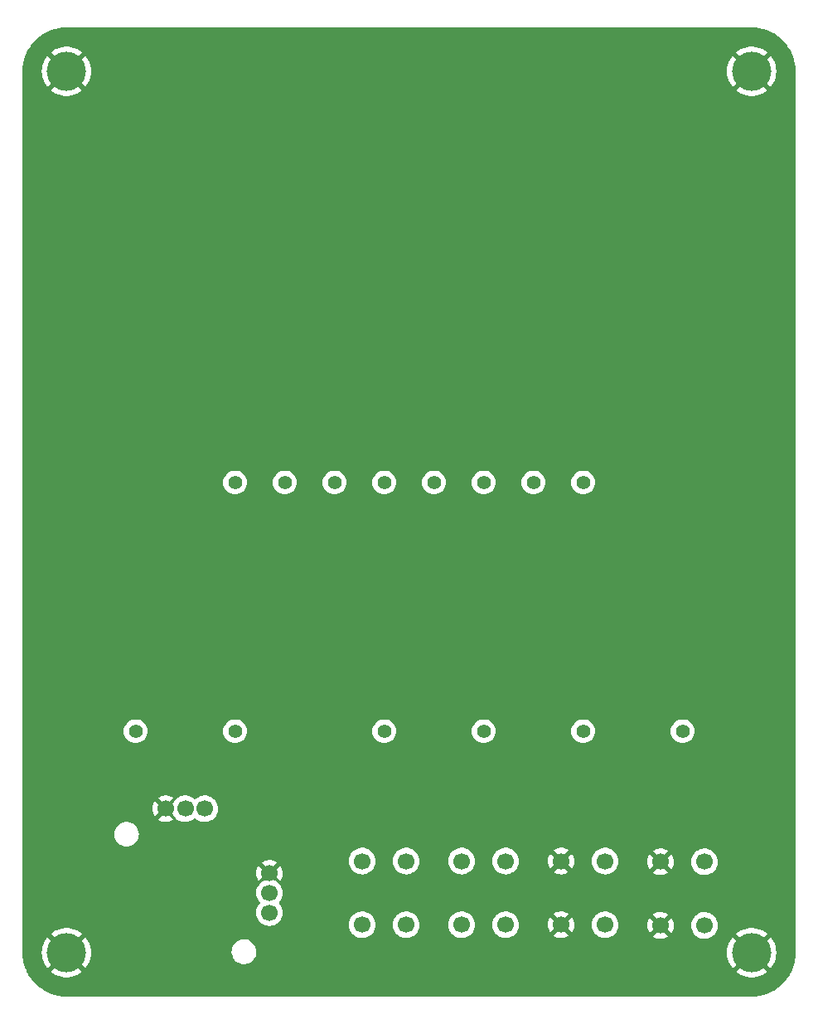
<source format=gbl>
G04 #@! TF.GenerationSoftware,KiCad,Pcbnew,(6.0.4-0)*
G04 #@! TF.CreationDate,2022-04-01T19:28:55+09:00*
G04 #@! TF.ProjectId,TrainingBoard-01,54726169-6e69-46e6-9742-6f6172642d30,V1.0*
G04 #@! TF.SameCoordinates,Original*
G04 #@! TF.FileFunction,Copper,L2,Bot*
G04 #@! TF.FilePolarity,Positive*
%FSLAX46Y46*%
G04 Gerber Fmt 4.6, Leading zero omitted, Abs format (unit mm)*
G04 Created by KiCad (PCBNEW (6.0.4-0)) date 2022-04-01 19:28:55*
%MOMM*%
%LPD*%
G01*
G04 APERTURE LIST*
G04 #@! TA.AperFunction,ComponentPad*
%ADD10C,4.000000*%
G04 #@! TD*
G04 #@! TA.AperFunction,ComponentPad*
%ADD11C,1.400000*%
G04 #@! TD*
G04 #@! TA.AperFunction,ComponentPad*
%ADD12C,1.700000*%
G04 #@! TD*
G04 #@! TA.AperFunction,ViaPad*
%ADD13C,0.609600*%
G04 #@! TD*
G04 APERTURE END LIST*
D10*
X-35000000Y-95000000D03*
X35000000Y-95000000D03*
X35000000Y-5000000D03*
X-35000000Y-5000000D03*
D11*
X17780000Y-46990000D03*
X-2540000Y-46990000D03*
D12*
X5370000Y-92150000D03*
X5370000Y-85650000D03*
X9870000Y-92150000D03*
X9870000Y-85650000D03*
D11*
X7620000Y-46990000D03*
D12*
X-20860000Y-80300000D03*
X-22860000Y-80300000D03*
X-24860000Y-80300000D03*
D11*
X-12700000Y-46990000D03*
D12*
X25690000Y-92220000D03*
X25690000Y-85720000D03*
X30190000Y-92220000D03*
X30190000Y-85720000D03*
X15530000Y-92150000D03*
X15530000Y-85650000D03*
X20030000Y-92150000D03*
X20030000Y-85650000D03*
D11*
X27940000Y-72390000D03*
X7620000Y-72390000D03*
X-17780000Y-46990000D03*
X12700000Y-46990000D03*
X-2540000Y-72390000D03*
X-17780000Y-72390000D03*
X17780000Y-72390000D03*
D12*
X-14260000Y-90900000D03*
X-14260000Y-88900000D03*
X-14260000Y-86900000D03*
D11*
X-27940000Y-72390000D03*
D12*
X-4790000Y-92150000D03*
X-4790000Y-85650000D03*
X-290000Y-92150000D03*
X-290000Y-85650000D03*
D11*
X-7620000Y-46990000D03*
X2540000Y-46990000D03*
D13*
X0Y-80000000D03*
X10000000Y-80000000D03*
X20000000Y-80000000D03*
X30000000Y-80000000D03*
X-30000000Y-80000000D03*
X-10000000Y-60000000D03*
X-20000000Y-10000000D03*
X-20000000Y-60000000D03*
X-10000000Y-40000000D03*
X-10000000Y-90000000D03*
X10000000Y-60000000D03*
X30000000Y-10000000D03*
X-30000000Y-60000000D03*
X20000000Y-40000000D03*
X-30000000Y-20000000D03*
X10000000Y-50000000D03*
X20000000Y-50000000D03*
X0Y-20000000D03*
X-20000000Y-30000000D03*
X0Y-70000000D03*
X-20000000Y-40000000D03*
X-30000000Y-90000000D03*
X20000000Y-70000000D03*
X-30000000Y-10000000D03*
X20000000Y-30000000D03*
X10000000Y-20000000D03*
X0Y-60000000D03*
X-30000000Y-50000000D03*
X10000000Y-70000000D03*
X-20000000Y-20000000D03*
X-20000000Y-50000000D03*
X20000000Y-60000000D03*
X-30000000Y-40000000D03*
X30000000Y-20000000D03*
X-30000000Y-30000000D03*
X-20000000Y-90000000D03*
X30000000Y-70000000D03*
X30000000Y-60000000D03*
X-10000000Y-30000000D03*
X30000000Y-50000000D03*
X-10000000Y-50000000D03*
X-10000000Y-20000000D03*
X20000000Y-20000000D03*
X-30000000Y-70000000D03*
X30000000Y-40000000D03*
X0Y-50000000D03*
X30000000Y-30000000D03*
G04 #@! TA.AperFunction,Conductor*
G36*
X34970018Y-510000D02*
G01*
X34984851Y-512310D01*
X34984855Y-512310D01*
X34993724Y-513691D01*
X35014183Y-511016D01*
X35036007Y-510072D01*
X35385965Y-525352D01*
X35396913Y-526310D01*
X35774498Y-576019D01*
X35785307Y-577926D01*
X36157114Y-660353D01*
X36167731Y-663198D01*
X36530939Y-777718D01*
X36541254Y-781471D01*
X36893123Y-927220D01*
X36903067Y-931858D01*
X37240867Y-1107705D01*
X37250387Y-1113201D01*
X37571574Y-1317820D01*
X37580578Y-1324124D01*
X37882716Y-1555962D01*
X37891137Y-1563028D01*
X38171914Y-1820314D01*
X38179686Y-1828086D01*
X38436972Y-2108863D01*
X38444038Y-2117284D01*
X38675876Y-2419422D01*
X38682180Y-2428426D01*
X38886799Y-2749613D01*
X38892294Y-2759132D01*
X39052105Y-3066124D01*
X39068138Y-3096924D01*
X39072780Y-3106877D01*
X39218526Y-3458739D01*
X39222285Y-3469068D01*
X39336802Y-3832268D01*
X39339647Y-3842886D01*
X39422073Y-4214685D01*
X39423982Y-4225510D01*
X39473690Y-4603086D01*
X39474648Y-4614036D01*
X39489603Y-4956552D01*
X39488223Y-4981429D01*
X39486309Y-4993724D01*
X39487473Y-5002626D01*
X39487473Y-5002628D01*
X39490436Y-5025283D01*
X39491500Y-5041621D01*
X39491500Y-94950633D01*
X39490000Y-94970018D01*
X39487690Y-94984851D01*
X39487690Y-94984855D01*
X39486309Y-94993724D01*
X39488984Y-95014183D01*
X39489928Y-95036007D01*
X39475020Y-95377435D01*
X39474648Y-95385964D01*
X39473690Y-95396913D01*
X39427095Y-95750847D01*
X39423982Y-95774490D01*
X39422074Y-95785307D01*
X39376687Y-95990036D01*
X39339647Y-96157114D01*
X39336802Y-96167732D01*
X39222285Y-96530932D01*
X39218529Y-96541254D01*
X39115439Y-96790136D01*
X39072784Y-96893114D01*
X39068142Y-96903067D01*
X39045578Y-96946413D01*
X38892295Y-97240867D01*
X38886799Y-97250387D01*
X38682180Y-97571574D01*
X38675876Y-97580578D01*
X38444038Y-97882716D01*
X38436972Y-97891137D01*
X38179686Y-98171914D01*
X38171914Y-98179686D01*
X37891137Y-98436972D01*
X37882716Y-98444038D01*
X37580578Y-98675876D01*
X37571574Y-98682180D01*
X37250387Y-98886799D01*
X37240868Y-98892294D01*
X36903067Y-99068142D01*
X36893123Y-99072780D01*
X36541254Y-99218529D01*
X36530939Y-99222282D01*
X36167732Y-99336802D01*
X36157115Y-99339647D01*
X35785307Y-99422074D01*
X35774498Y-99423981D01*
X35396914Y-99473690D01*
X35385965Y-99474648D01*
X35043446Y-99489603D01*
X35018571Y-99488223D01*
X35006276Y-99486309D01*
X34997374Y-99487473D01*
X34997372Y-99487473D01*
X34982323Y-99489441D01*
X34974714Y-99490436D01*
X34958379Y-99491500D01*
X-34950633Y-99491500D01*
X-34970018Y-99490000D01*
X-34984851Y-99487690D01*
X-34984855Y-99487690D01*
X-34993724Y-99486309D01*
X-35014183Y-99488984D01*
X-35036007Y-99489928D01*
X-35385965Y-99474648D01*
X-35396914Y-99473690D01*
X-35774498Y-99423981D01*
X-35785307Y-99422074D01*
X-36157115Y-99339647D01*
X-36167732Y-99336802D01*
X-36530939Y-99222282D01*
X-36541254Y-99218529D01*
X-36893123Y-99072780D01*
X-36903067Y-99068142D01*
X-37240868Y-98892294D01*
X-37250387Y-98886799D01*
X-37571574Y-98682180D01*
X-37580578Y-98675876D01*
X-37882716Y-98444038D01*
X-37891137Y-98436972D01*
X-38171914Y-98179686D01*
X-38179686Y-98171914D01*
X-38436972Y-97891137D01*
X-38444038Y-97882716D01*
X-38675876Y-97580578D01*
X-38682180Y-97571574D01*
X-38886799Y-97250387D01*
X-38892295Y-97240867D01*
X-39045578Y-96946413D01*
X-39045800Y-96945987D01*
X-36581279Y-96945987D01*
X-36572452Y-96957605D01*
X-36349719Y-97119430D01*
X-36343039Y-97123670D01*
X-36073428Y-97271890D01*
X-36066293Y-97275247D01*
X-35780230Y-97388508D01*
X-35772704Y-97390953D01*
X-35474721Y-97467462D01*
X-35466950Y-97468945D01*
X-35161722Y-97507503D01*
X-35153831Y-97508000D01*
X-34846169Y-97508000D01*
X-34838278Y-97507503D01*
X-34533050Y-97468945D01*
X-34525279Y-97467462D01*
X-34227296Y-97390953D01*
X-34219770Y-97388508D01*
X-33933707Y-97275247D01*
X-33926572Y-97271890D01*
X-33656961Y-97123670D01*
X-33650281Y-97119430D01*
X-33427177Y-96957336D01*
X-33418754Y-96946413D01*
X-33418983Y-96945987D01*
X33418721Y-96945987D01*
X33427548Y-96957605D01*
X33650281Y-97119430D01*
X33656961Y-97123670D01*
X33926572Y-97271890D01*
X33933707Y-97275247D01*
X34219770Y-97388508D01*
X34227296Y-97390953D01*
X34525279Y-97467462D01*
X34533050Y-97468945D01*
X34838278Y-97507503D01*
X34846169Y-97508000D01*
X35153831Y-97508000D01*
X35161722Y-97507503D01*
X35466950Y-97468945D01*
X35474721Y-97467462D01*
X35772704Y-97390953D01*
X35780230Y-97388508D01*
X36066293Y-97275247D01*
X36073428Y-97271890D01*
X36343039Y-97123670D01*
X36349719Y-97119430D01*
X36572823Y-96957336D01*
X36581246Y-96946413D01*
X36574342Y-96933552D01*
X35012812Y-95372022D01*
X34998868Y-95364408D01*
X34997035Y-95364539D01*
X34990420Y-95368790D01*
X33425334Y-96933876D01*
X33418721Y-96945987D01*
X-33418983Y-96945987D01*
X-33425658Y-96933552D01*
X-34987188Y-95372022D01*
X-35001132Y-95364408D01*
X-35002965Y-95364539D01*
X-35009580Y-95368790D01*
X-36574666Y-96933876D01*
X-36581279Y-96945987D01*
X-39045800Y-96945987D01*
X-39068142Y-96903067D01*
X-39072784Y-96893114D01*
X-39115438Y-96790136D01*
X-39218529Y-96541254D01*
X-39222285Y-96530932D01*
X-39336802Y-96167732D01*
X-39339647Y-96157114D01*
X-39376687Y-95990036D01*
X-39422074Y-95785307D01*
X-39423982Y-95774490D01*
X-39427094Y-95750847D01*
X-39473690Y-95396913D01*
X-39474648Y-95385964D01*
X-39475020Y-95377435D01*
X-39489439Y-95047206D01*
X-39487812Y-95020805D01*
X-39487231Y-95017352D01*
X-39487230Y-95017345D01*
X-39486424Y-95012552D01*
X-39486319Y-95003958D01*
X-37512710Y-95003958D01*
X-37493393Y-95310994D01*
X-37492400Y-95318855D01*
X-37434754Y-95621046D01*
X-37432783Y-95628723D01*
X-37337716Y-95921309D01*
X-37334801Y-95928672D01*
X-37203811Y-96207041D01*
X-37199999Y-96213974D01*
X-37035149Y-96473736D01*
X-37030505Y-96480129D01*
X-36955503Y-96570790D01*
X-36942986Y-96579245D01*
X-36932248Y-96573038D01*
X-35372022Y-95012812D01*
X-35365644Y-95001132D01*
X-34635592Y-95001132D01*
X-34635461Y-95002965D01*
X-34631210Y-95009580D01*
X-33068855Y-96571935D01*
X-33055593Y-96579177D01*
X-33045488Y-96571988D01*
X-32969495Y-96480129D01*
X-32964851Y-96473736D01*
X-32800001Y-96213974D01*
X-32796189Y-96207041D01*
X-32665199Y-95928672D01*
X-32662284Y-95921309D01*
X-32567217Y-95628723D01*
X-32565246Y-95621046D01*
X-32507600Y-95318855D01*
X-32506607Y-95310994D01*
X-32487290Y-95003958D01*
X-32487290Y-94996042D01*
X-32490835Y-94939690D01*
X-18122963Y-94939690D01*
X-18095975Y-95162715D01*
X-18029918Y-95377435D01*
X-18027348Y-95382415D01*
X-18027346Y-95382419D01*
X-17962148Y-95508738D01*
X-17926882Y-95577064D01*
X-17790123Y-95755292D01*
X-17623964Y-95906485D01*
X-17619217Y-95909463D01*
X-17619214Y-95909465D01*
X-17490771Y-95990036D01*
X-17433656Y-96025864D01*
X-17225217Y-96109656D01*
X-17005233Y-96155213D01*
X-17000622Y-96155479D01*
X-17000621Y-96155479D01*
X-16950048Y-96158395D01*
X-16950044Y-96158395D01*
X-16948225Y-96158500D01*
X-16803001Y-96158500D01*
X-16800214Y-96158251D01*
X-16800208Y-96158251D01*
X-16730071Y-96151991D01*
X-16636238Y-96143617D01*
X-16630824Y-96142136D01*
X-16630819Y-96142135D01*
X-16503088Y-96107191D01*
X-16419549Y-96084337D01*
X-16414491Y-96081925D01*
X-16414487Y-96081923D01*
X-16296958Y-96025864D01*
X-16216782Y-95987622D01*
X-16034346Y-95856529D01*
X-15960127Y-95779941D01*
X-15881911Y-95699229D01*
X-15881909Y-95699226D01*
X-15878008Y-95695201D01*
X-15752710Y-95508738D01*
X-15662412Y-95303033D01*
X-15609968Y-95084589D01*
X-15605319Y-95003958D01*
X32487290Y-95003958D01*
X32506607Y-95310994D01*
X32507600Y-95318855D01*
X32565246Y-95621046D01*
X32567217Y-95628723D01*
X32662284Y-95921309D01*
X32665199Y-95928672D01*
X32796189Y-96207041D01*
X32800001Y-96213974D01*
X32964851Y-96473736D01*
X32969495Y-96480129D01*
X33044497Y-96570790D01*
X33057014Y-96579245D01*
X33067752Y-96573038D01*
X34627978Y-95012812D01*
X34634356Y-95001132D01*
X35364408Y-95001132D01*
X35364539Y-95002965D01*
X35368790Y-95009580D01*
X36931145Y-96571935D01*
X36944407Y-96579177D01*
X36954512Y-96571988D01*
X37030505Y-96480129D01*
X37035149Y-96473736D01*
X37199999Y-96213974D01*
X37203811Y-96207041D01*
X37334801Y-95928672D01*
X37337716Y-95921309D01*
X37432783Y-95628723D01*
X37434754Y-95621046D01*
X37492400Y-95318855D01*
X37493393Y-95310994D01*
X37512710Y-95003958D01*
X37512710Y-94996042D01*
X37493393Y-94689006D01*
X37492400Y-94681145D01*
X37434754Y-94378954D01*
X37432783Y-94371277D01*
X37337716Y-94078691D01*
X37334801Y-94071328D01*
X37203811Y-93792959D01*
X37199999Y-93786026D01*
X37035149Y-93526264D01*
X37030505Y-93519871D01*
X36955503Y-93429210D01*
X36942986Y-93420755D01*
X36932248Y-93426962D01*
X35372022Y-94987188D01*
X35364408Y-95001132D01*
X34634356Y-95001132D01*
X34635592Y-94998868D01*
X34635461Y-94997035D01*
X34631210Y-94990420D01*
X33068855Y-93428065D01*
X33055593Y-93420823D01*
X33045488Y-93428012D01*
X32969495Y-93519871D01*
X32964851Y-93526264D01*
X32800001Y-93786026D01*
X32796189Y-93792959D01*
X32665199Y-94071328D01*
X32662284Y-94078691D01*
X32567217Y-94371277D01*
X32565246Y-94378954D01*
X32507600Y-94681145D01*
X32506607Y-94689006D01*
X32487290Y-94996042D01*
X32487290Y-95003958D01*
X-15605319Y-95003958D01*
X-15604352Y-94987188D01*
X-15597360Y-94865917D01*
X-15597360Y-94865914D01*
X-15597037Y-94860310D01*
X-15624025Y-94637285D01*
X-15690082Y-94422565D01*
X-15716553Y-94371277D01*
X-15790546Y-94227919D01*
X-15790546Y-94227918D01*
X-15793118Y-94222936D01*
X-15929877Y-94044708D01*
X-16096036Y-93893515D01*
X-16100783Y-93890537D01*
X-16100786Y-93890535D01*
X-16281595Y-93777115D01*
X-16286344Y-93774136D01*
X-16494783Y-93690344D01*
X-16714767Y-93644787D01*
X-16719378Y-93644521D01*
X-16719379Y-93644521D01*
X-16769952Y-93641605D01*
X-16769956Y-93641605D01*
X-16771775Y-93641500D01*
X-16916999Y-93641500D01*
X-16919786Y-93641749D01*
X-16919792Y-93641749D01*
X-16989929Y-93648009D01*
X-17083762Y-93656383D01*
X-17089176Y-93657864D01*
X-17089181Y-93657865D01*
X-17203738Y-93689205D01*
X-17300451Y-93715663D01*
X-17305509Y-93718075D01*
X-17305513Y-93718077D01*
X-17401834Y-93764020D01*
X-17503218Y-93812378D01*
X-17685654Y-93943471D01*
X-17689561Y-93947503D01*
X-17809556Y-94071328D01*
X-17841992Y-94104799D01*
X-17967290Y-94291262D01*
X-18057588Y-94496967D01*
X-18058897Y-94502418D01*
X-18058898Y-94502422D01*
X-18103693Y-94689006D01*
X-18110032Y-94715411D01*
X-18122963Y-94939690D01*
X-32490835Y-94939690D01*
X-32506607Y-94689006D01*
X-32507600Y-94681145D01*
X-32565246Y-94378954D01*
X-32567217Y-94371277D01*
X-32662284Y-94078691D01*
X-32665199Y-94071328D01*
X-32796189Y-93792959D01*
X-32800001Y-93786026D01*
X-32964851Y-93526264D01*
X-32969495Y-93519871D01*
X-33044497Y-93429210D01*
X-33057014Y-93420755D01*
X-33067752Y-93426962D01*
X-34627978Y-94987188D01*
X-34635592Y-95001132D01*
X-35365644Y-95001132D01*
X-35364408Y-94998868D01*
X-35364539Y-94997035D01*
X-35368790Y-94990420D01*
X-36931145Y-93428065D01*
X-36944407Y-93420823D01*
X-36954512Y-93428012D01*
X-37030505Y-93519871D01*
X-37035149Y-93526264D01*
X-37199999Y-93786026D01*
X-37203811Y-93792959D01*
X-37334801Y-94071328D01*
X-37337716Y-94078691D01*
X-37432783Y-94371277D01*
X-37434754Y-94378954D01*
X-37492400Y-94681145D01*
X-37493393Y-94689006D01*
X-37512710Y-94996042D01*
X-37512710Y-95003958D01*
X-39486319Y-95003958D01*
X-39486271Y-95000000D01*
X-39490227Y-94972376D01*
X-39491500Y-94954514D01*
X-39491500Y-93053587D01*
X-36581246Y-93053587D01*
X-36574342Y-93066448D01*
X-35012812Y-94627978D01*
X-34998868Y-94635592D01*
X-34997035Y-94635461D01*
X-34990420Y-94631210D01*
X-33425334Y-93066124D01*
X-33418721Y-93054013D01*
X-33427548Y-93042395D01*
X-33650281Y-92880570D01*
X-33656961Y-92876330D01*
X-33926572Y-92728110D01*
X-33933707Y-92724753D01*
X-34219770Y-92611492D01*
X-34227296Y-92609047D01*
X-34525279Y-92532538D01*
X-34533050Y-92531055D01*
X-34838278Y-92492497D01*
X-34846169Y-92492000D01*
X-35153831Y-92492000D01*
X-35161722Y-92492497D01*
X-35466950Y-92531055D01*
X-35474721Y-92532538D01*
X-35772704Y-92609047D01*
X-35780230Y-92611492D01*
X-36066293Y-92724753D01*
X-36073428Y-92728110D01*
X-36343039Y-92876330D01*
X-36349719Y-92880570D01*
X-36572823Y-93042664D01*
X-36581246Y-93053587D01*
X-39491500Y-93053587D01*
X-39491500Y-90866695D01*
X-15622749Y-90866695D01*
X-15622452Y-90871848D01*
X-15622452Y-90871851D01*
X-15610329Y-91082101D01*
X-15609890Y-91089715D01*
X-15608753Y-91094761D01*
X-15608752Y-91094767D01*
X-15584893Y-91200635D01*
X-15560778Y-91307639D01*
X-15523656Y-91399059D01*
X-15494364Y-91471197D01*
X-15476734Y-91514616D01*
X-15360013Y-91705088D01*
X-15213750Y-91873938D01*
X-15041874Y-92016632D01*
X-14849000Y-92129338D01*
X-14640308Y-92209030D01*
X-14635240Y-92210061D01*
X-14635237Y-92210062D01*
X-14571816Y-92222965D01*
X-14421403Y-92253567D01*
X-14416228Y-92253757D01*
X-14416226Y-92253757D01*
X-14203327Y-92261564D01*
X-14203323Y-92261564D01*
X-14198163Y-92261753D01*
X-14193043Y-92261097D01*
X-14193041Y-92261097D01*
X-13981712Y-92234025D01*
X-13981711Y-92234025D01*
X-13976584Y-92233368D01*
X-13963958Y-92229580D01*
X-13767571Y-92170661D01*
X-13767566Y-92170659D01*
X-13762616Y-92169174D01*
X-13655493Y-92116695D01*
X-6152749Y-92116695D01*
X-6152452Y-92121848D01*
X-6152452Y-92121851D01*
X-6146054Y-92232812D01*
X-6139890Y-92339715D01*
X-6138753Y-92344761D01*
X-6138752Y-92344767D01*
X-6118881Y-92432939D01*
X-6090778Y-92557639D01*
X-6050654Y-92656453D01*
X-6021557Y-92728110D01*
X-6006734Y-92764616D01*
X-6004035Y-92769020D01*
X-5907668Y-92926277D01*
X-5890013Y-92955088D01*
X-5743750Y-93123938D01*
X-5571874Y-93266632D01*
X-5379000Y-93379338D01*
X-5374175Y-93381180D01*
X-5374174Y-93381181D01*
X-5348733Y-93390896D01*
X-5170308Y-93459030D01*
X-5165240Y-93460061D01*
X-5165237Y-93460062D01*
X-5060396Y-93481392D01*
X-4951403Y-93503567D01*
X-4946228Y-93503757D01*
X-4946226Y-93503757D01*
X-4733327Y-93511564D01*
X-4733323Y-93511564D01*
X-4728163Y-93511753D01*
X-4723043Y-93511097D01*
X-4723041Y-93511097D01*
X-4511712Y-93484025D01*
X-4511711Y-93484025D01*
X-4506584Y-93483368D01*
X-4501634Y-93481883D01*
X-4297571Y-93420661D01*
X-4297566Y-93420659D01*
X-4292616Y-93419174D01*
X-4092006Y-93320896D01*
X-3910140Y-93191173D01*
X-3751904Y-93033489D01*
X-3692406Y-92950689D01*
X-3624565Y-92856277D01*
X-3621547Y-92852077D01*
X-3619126Y-92847180D01*
X-3524864Y-92656453D01*
X-3524863Y-92656451D01*
X-3522570Y-92651811D01*
X-3477307Y-92502834D01*
X-3459135Y-92443023D01*
X-3459135Y-92443021D01*
X-3457630Y-92438069D01*
X-3428471Y-92216590D01*
X-3428320Y-92210420D01*
X-3426926Y-92153365D01*
X-3426926Y-92153361D01*
X-3426844Y-92150000D01*
X-3429582Y-92116695D01*
X-1652749Y-92116695D01*
X-1652452Y-92121848D01*
X-1652452Y-92121851D01*
X-1646054Y-92232812D01*
X-1639890Y-92339715D01*
X-1638753Y-92344761D01*
X-1638752Y-92344767D01*
X-1618881Y-92432939D01*
X-1590778Y-92557639D01*
X-1550654Y-92656453D01*
X-1521557Y-92728110D01*
X-1506734Y-92764616D01*
X-1504035Y-92769020D01*
X-1407668Y-92926277D01*
X-1390013Y-92955088D01*
X-1243750Y-93123938D01*
X-1071874Y-93266632D01*
X-879000Y-93379338D01*
X-874175Y-93381180D01*
X-874174Y-93381181D01*
X-848733Y-93390896D01*
X-670308Y-93459030D01*
X-665240Y-93460061D01*
X-665237Y-93460062D01*
X-560396Y-93481392D01*
X-451403Y-93503567D01*
X-446228Y-93503757D01*
X-446226Y-93503757D01*
X-233327Y-93511564D01*
X-233323Y-93511564D01*
X-228163Y-93511753D01*
X-223043Y-93511097D01*
X-223041Y-93511097D01*
X-11712Y-93484025D01*
X-11711Y-93484025D01*
X-6584Y-93483368D01*
X-1634Y-93481883D01*
X202429Y-93420661D01*
X202434Y-93420659D01*
X207384Y-93419174D01*
X407994Y-93320896D01*
X589860Y-93191173D01*
X748096Y-93033489D01*
X807594Y-92950689D01*
X875435Y-92856277D01*
X878453Y-92852077D01*
X880874Y-92847180D01*
X975136Y-92656453D01*
X975137Y-92656451D01*
X977430Y-92651811D01*
X1022693Y-92502834D01*
X1040865Y-92443023D01*
X1040865Y-92443021D01*
X1042370Y-92438069D01*
X1071529Y-92216590D01*
X1071680Y-92210420D01*
X1073074Y-92153365D01*
X1073074Y-92153361D01*
X1073156Y-92150000D01*
X1070418Y-92116695D01*
X4007251Y-92116695D01*
X4007548Y-92121848D01*
X4007548Y-92121851D01*
X4013946Y-92232812D01*
X4020110Y-92339715D01*
X4021247Y-92344761D01*
X4021248Y-92344767D01*
X4041119Y-92432939D01*
X4069222Y-92557639D01*
X4109346Y-92656453D01*
X4138443Y-92728110D01*
X4153266Y-92764616D01*
X4155965Y-92769020D01*
X4252332Y-92926277D01*
X4269987Y-92955088D01*
X4416250Y-93123938D01*
X4588126Y-93266632D01*
X4781000Y-93379338D01*
X4785825Y-93381180D01*
X4785826Y-93381181D01*
X4811267Y-93390896D01*
X4989692Y-93459030D01*
X4994760Y-93460061D01*
X4994763Y-93460062D01*
X5099604Y-93481392D01*
X5208597Y-93503567D01*
X5213772Y-93503757D01*
X5213774Y-93503757D01*
X5426673Y-93511564D01*
X5426677Y-93511564D01*
X5431837Y-93511753D01*
X5436957Y-93511097D01*
X5436959Y-93511097D01*
X5648288Y-93484025D01*
X5648289Y-93484025D01*
X5653416Y-93483368D01*
X5658366Y-93481883D01*
X5862429Y-93420661D01*
X5862434Y-93420659D01*
X5867384Y-93419174D01*
X6067994Y-93320896D01*
X6249860Y-93191173D01*
X6408096Y-93033489D01*
X6467594Y-92950689D01*
X6535435Y-92856277D01*
X6538453Y-92852077D01*
X6540874Y-92847180D01*
X6635136Y-92656453D01*
X6635137Y-92656451D01*
X6637430Y-92651811D01*
X6682693Y-92502834D01*
X6700865Y-92443023D01*
X6700865Y-92443021D01*
X6702370Y-92438069D01*
X6731529Y-92216590D01*
X6731680Y-92210420D01*
X6733074Y-92153365D01*
X6733074Y-92153361D01*
X6733156Y-92150000D01*
X6730418Y-92116695D01*
X8507251Y-92116695D01*
X8507548Y-92121848D01*
X8507548Y-92121851D01*
X8513946Y-92232812D01*
X8520110Y-92339715D01*
X8521247Y-92344761D01*
X8521248Y-92344767D01*
X8541119Y-92432939D01*
X8569222Y-92557639D01*
X8609346Y-92656453D01*
X8638443Y-92728110D01*
X8653266Y-92764616D01*
X8655965Y-92769020D01*
X8752332Y-92926277D01*
X8769987Y-92955088D01*
X8916250Y-93123938D01*
X9088126Y-93266632D01*
X9281000Y-93379338D01*
X9285825Y-93381180D01*
X9285826Y-93381181D01*
X9311267Y-93390896D01*
X9489692Y-93459030D01*
X9494760Y-93460061D01*
X9494763Y-93460062D01*
X9599604Y-93481392D01*
X9708597Y-93503567D01*
X9713772Y-93503757D01*
X9713774Y-93503757D01*
X9926673Y-93511564D01*
X9926677Y-93511564D01*
X9931837Y-93511753D01*
X9936957Y-93511097D01*
X9936959Y-93511097D01*
X10148288Y-93484025D01*
X10148289Y-93484025D01*
X10153416Y-93483368D01*
X10158366Y-93481883D01*
X10362429Y-93420661D01*
X10362434Y-93420659D01*
X10367384Y-93419174D01*
X10567994Y-93320896D01*
X10632544Y-93274853D01*
X14769977Y-93274853D01*
X14775258Y-93281907D01*
X14936756Y-93376279D01*
X14946042Y-93380729D01*
X15145001Y-93456703D01*
X15154899Y-93459579D01*
X15363595Y-93502038D01*
X15373823Y-93503257D01*
X15586650Y-93511062D01*
X15596936Y-93510595D01*
X15808185Y-93483534D01*
X15818262Y-93481392D01*
X16022255Y-93420191D01*
X16031842Y-93416433D01*
X16223098Y-93322738D01*
X16231944Y-93317465D01*
X16279247Y-93283723D01*
X16287648Y-93273023D01*
X16280660Y-93259870D01*
X15542812Y-92522022D01*
X15528868Y-92514408D01*
X15527035Y-92514539D01*
X15520420Y-92518790D01*
X14776737Y-93262473D01*
X14769977Y-93274853D01*
X10632544Y-93274853D01*
X10749860Y-93191173D01*
X10908096Y-93033489D01*
X10967594Y-92950689D01*
X11035435Y-92856277D01*
X11038453Y-92852077D01*
X11040874Y-92847180D01*
X11135136Y-92656453D01*
X11135137Y-92656451D01*
X11137430Y-92651811D01*
X11182693Y-92502834D01*
X11200865Y-92443023D01*
X11200865Y-92443021D01*
X11202370Y-92438069D01*
X11231529Y-92216590D01*
X11231680Y-92210420D01*
X11233074Y-92153365D01*
X11233074Y-92153361D01*
X11233156Y-92150000D01*
X11230843Y-92121863D01*
X14168050Y-92121863D01*
X14180309Y-92334477D01*
X14181745Y-92344697D01*
X14228565Y-92552446D01*
X14231645Y-92562275D01*
X14311770Y-92759603D01*
X14316413Y-92768794D01*
X14396460Y-92899420D01*
X14406916Y-92908880D01*
X14415694Y-92905096D01*
X15157978Y-92162812D01*
X15164356Y-92151132D01*
X15894408Y-92151132D01*
X15894539Y-92152965D01*
X15898790Y-92159580D01*
X16640474Y-92901264D01*
X16652484Y-92907823D01*
X16664223Y-92898855D01*
X16695004Y-92856019D01*
X16700315Y-92847180D01*
X16794670Y-92656267D01*
X16798469Y-92646672D01*
X16860376Y-92442915D01*
X16862555Y-92432834D01*
X16890590Y-92219887D01*
X16891109Y-92213212D01*
X16892572Y-92153364D01*
X16892378Y-92146646D01*
X16889916Y-92116695D01*
X18667251Y-92116695D01*
X18667548Y-92121848D01*
X18667548Y-92121851D01*
X18673946Y-92232812D01*
X18680110Y-92339715D01*
X18681247Y-92344761D01*
X18681248Y-92344767D01*
X18701119Y-92432939D01*
X18729222Y-92557639D01*
X18769346Y-92656453D01*
X18798443Y-92728110D01*
X18813266Y-92764616D01*
X18815965Y-92769020D01*
X18912332Y-92926277D01*
X18929987Y-92955088D01*
X19076250Y-93123938D01*
X19248126Y-93266632D01*
X19441000Y-93379338D01*
X19445825Y-93381180D01*
X19445826Y-93381181D01*
X19471267Y-93390896D01*
X19649692Y-93459030D01*
X19654760Y-93460061D01*
X19654763Y-93460062D01*
X19759604Y-93481392D01*
X19868597Y-93503567D01*
X19873772Y-93503757D01*
X19873774Y-93503757D01*
X20086673Y-93511564D01*
X20086677Y-93511564D01*
X20091837Y-93511753D01*
X20096957Y-93511097D01*
X20096959Y-93511097D01*
X20308288Y-93484025D01*
X20308289Y-93484025D01*
X20313416Y-93483368D01*
X20318366Y-93481883D01*
X20522429Y-93420661D01*
X20522434Y-93420659D01*
X20527384Y-93419174D01*
X20679092Y-93344853D01*
X24929977Y-93344853D01*
X24935258Y-93351907D01*
X25096756Y-93446279D01*
X25106042Y-93450729D01*
X25305001Y-93526703D01*
X25314899Y-93529579D01*
X25523595Y-93572038D01*
X25533823Y-93573257D01*
X25746650Y-93581062D01*
X25756936Y-93580595D01*
X25968185Y-93553534D01*
X25978262Y-93551392D01*
X26182255Y-93490191D01*
X26191842Y-93486433D01*
X26383098Y-93392738D01*
X26391944Y-93387465D01*
X26439247Y-93353723D01*
X26447648Y-93343023D01*
X26440660Y-93329870D01*
X25702812Y-92592022D01*
X25688868Y-92584408D01*
X25687035Y-92584539D01*
X25680420Y-92588790D01*
X24936737Y-93332473D01*
X24929977Y-93344853D01*
X20679092Y-93344853D01*
X20727994Y-93320896D01*
X20909860Y-93191173D01*
X21068096Y-93033489D01*
X21127594Y-92950689D01*
X21195435Y-92856277D01*
X21198453Y-92852077D01*
X21200874Y-92847180D01*
X21295136Y-92656453D01*
X21295137Y-92656451D01*
X21297430Y-92651811D01*
X21342693Y-92502834D01*
X21360865Y-92443023D01*
X21360865Y-92443021D01*
X21362370Y-92438069D01*
X21391529Y-92216590D01*
X21391680Y-92210420D01*
X21392133Y-92191863D01*
X24328050Y-92191863D01*
X24340309Y-92404477D01*
X24341745Y-92414697D01*
X24388565Y-92622446D01*
X24391645Y-92632275D01*
X24471770Y-92829603D01*
X24476413Y-92838794D01*
X24556460Y-92969420D01*
X24566916Y-92978880D01*
X24575694Y-92975096D01*
X25317978Y-92232812D01*
X25324356Y-92221132D01*
X26054408Y-92221132D01*
X26054539Y-92222965D01*
X26058790Y-92229580D01*
X26800474Y-92971264D01*
X26812484Y-92977823D01*
X26824223Y-92968855D01*
X26855004Y-92926019D01*
X26860315Y-92917180D01*
X26954670Y-92726267D01*
X26958469Y-92716672D01*
X27020376Y-92512915D01*
X27022555Y-92502834D01*
X27050590Y-92289887D01*
X27051109Y-92283212D01*
X27052572Y-92223364D01*
X27052378Y-92216646D01*
X27049916Y-92186695D01*
X28827251Y-92186695D01*
X28827548Y-92191848D01*
X28827548Y-92191851D01*
X28833011Y-92286590D01*
X28840110Y-92409715D01*
X28841247Y-92414761D01*
X28841248Y-92414767D01*
X28861119Y-92502939D01*
X28889222Y-92627639D01*
X28973266Y-92834616D01*
X29089987Y-93025088D01*
X29236250Y-93193938D01*
X29344397Y-93283723D01*
X29391915Y-93323173D01*
X29408126Y-93336632D01*
X29601000Y-93449338D01*
X29809692Y-93529030D01*
X29814760Y-93530061D01*
X29814763Y-93530062D01*
X29919604Y-93551392D01*
X30028597Y-93573567D01*
X30033772Y-93573757D01*
X30033774Y-93573757D01*
X30246673Y-93581564D01*
X30246677Y-93581564D01*
X30251837Y-93581753D01*
X30256957Y-93581097D01*
X30256959Y-93581097D01*
X30468288Y-93554025D01*
X30468289Y-93554025D01*
X30473416Y-93553368D01*
X30478366Y-93551883D01*
X30682429Y-93490661D01*
X30682434Y-93490659D01*
X30687384Y-93489174D01*
X30887994Y-93390896D01*
X31069860Y-93261173D01*
X31228096Y-93103489D01*
X31263954Y-93053587D01*
X33418754Y-93053587D01*
X33425658Y-93066448D01*
X34987188Y-94627978D01*
X35001132Y-94635592D01*
X35002965Y-94635461D01*
X35009580Y-94631210D01*
X36574666Y-93066124D01*
X36581279Y-93054013D01*
X36572452Y-93042395D01*
X36349719Y-92880570D01*
X36343039Y-92876330D01*
X36073428Y-92728110D01*
X36066293Y-92724753D01*
X35780230Y-92611492D01*
X35772704Y-92609047D01*
X35474721Y-92532538D01*
X35466950Y-92531055D01*
X35161722Y-92492497D01*
X35153831Y-92492000D01*
X34846169Y-92492000D01*
X34838278Y-92492497D01*
X34533050Y-92531055D01*
X34525279Y-92532538D01*
X34227296Y-92609047D01*
X34219770Y-92611492D01*
X33933707Y-92724753D01*
X33926572Y-92728110D01*
X33656961Y-92876330D01*
X33650281Y-92880570D01*
X33427177Y-93042664D01*
X33418754Y-93053587D01*
X31263954Y-93053587D01*
X31275775Y-93037137D01*
X31355435Y-92926277D01*
X31358453Y-92922077D01*
X31360874Y-92917180D01*
X31455136Y-92726453D01*
X31455137Y-92726451D01*
X31457430Y-92721811D01*
X31505901Y-92562275D01*
X31520865Y-92513023D01*
X31520865Y-92513021D01*
X31522370Y-92508069D01*
X31551529Y-92286590D01*
X31552136Y-92261753D01*
X31553074Y-92223365D01*
X31553074Y-92223361D01*
X31553156Y-92220000D01*
X31534852Y-91997361D01*
X31480431Y-91780702D01*
X31391354Y-91575840D01*
X31330242Y-91481375D01*
X31272822Y-91392617D01*
X31272820Y-91392614D01*
X31270014Y-91388277D01*
X31119670Y-91223051D01*
X31115619Y-91219852D01*
X31115615Y-91219848D01*
X30948414Y-91087800D01*
X30948410Y-91087798D01*
X30944359Y-91084598D01*
X30748789Y-90976638D01*
X30743920Y-90974914D01*
X30743916Y-90974912D01*
X30543087Y-90903795D01*
X30543083Y-90903794D01*
X30538212Y-90902069D01*
X30533119Y-90901162D01*
X30533116Y-90901161D01*
X30323373Y-90863800D01*
X30323367Y-90863799D01*
X30318284Y-90862894D01*
X30244452Y-90861992D01*
X30100081Y-90860228D01*
X30100079Y-90860228D01*
X30094911Y-90860165D01*
X29874091Y-90893955D01*
X29661756Y-90963357D01*
X29463607Y-91066507D01*
X29459474Y-91069610D01*
X29459471Y-91069612D01*
X29301701Y-91188069D01*
X29284965Y-91200635D01*
X29281393Y-91204373D01*
X29172544Y-91318277D01*
X29130629Y-91362138D01*
X29004743Y-91546680D01*
X28989003Y-91580590D01*
X28926206Y-91715875D01*
X28910688Y-91749305D01*
X28850989Y-91964570D01*
X28827251Y-92186695D01*
X27049916Y-92186695D01*
X27034781Y-92002604D01*
X27033096Y-91992424D01*
X26981214Y-91785875D01*
X26977894Y-91776124D01*
X26892972Y-91580814D01*
X26888105Y-91571739D01*
X26823063Y-91471197D01*
X26812377Y-91461995D01*
X26802812Y-91466398D01*
X26062022Y-92207188D01*
X26054408Y-92221132D01*
X25324356Y-92221132D01*
X25325592Y-92218868D01*
X25325461Y-92217035D01*
X25321210Y-92210420D01*
X24579849Y-91469059D01*
X24568313Y-91462759D01*
X24556031Y-91472382D01*
X24508089Y-91542662D01*
X24503004Y-91551613D01*
X24413338Y-91744783D01*
X24409775Y-91754470D01*
X24352864Y-91959681D01*
X24350933Y-91969800D01*
X24328302Y-92181574D01*
X24328050Y-92191863D01*
X21392133Y-92191863D01*
X21393074Y-92153365D01*
X21393074Y-92153361D01*
X21393156Y-92150000D01*
X21374852Y-91927361D01*
X21320431Y-91710702D01*
X21231354Y-91505840D01*
X21152828Y-91384457D01*
X21112822Y-91322617D01*
X21112820Y-91322614D01*
X21110014Y-91318277D01*
X20959670Y-91153051D01*
X20955619Y-91149852D01*
X20955615Y-91149848D01*
X20887973Y-91096427D01*
X24931223Y-91096427D01*
X24937968Y-91108758D01*
X25677188Y-91847978D01*
X25691132Y-91855592D01*
X25692965Y-91855461D01*
X25699580Y-91851210D01*
X26443389Y-91107401D01*
X26450410Y-91094544D01*
X26443611Y-91085213D01*
X26439554Y-91082518D01*
X26253117Y-90979599D01*
X26243705Y-90975369D01*
X26042959Y-90904280D01*
X26032989Y-90901646D01*
X25823327Y-90864301D01*
X25813073Y-90863331D01*
X25600116Y-90860728D01*
X25589832Y-90861448D01*
X25379321Y-90893661D01*
X25369293Y-90896050D01*
X25166868Y-90962212D01*
X25157359Y-90966209D01*
X24968466Y-91064540D01*
X24959734Y-91070039D01*
X24939677Y-91085099D01*
X24931223Y-91096427D01*
X20887973Y-91096427D01*
X20788414Y-91017800D01*
X20788410Y-91017798D01*
X20784359Y-91014598D01*
X20588789Y-90906638D01*
X20583920Y-90904914D01*
X20583916Y-90904912D01*
X20383087Y-90833795D01*
X20383083Y-90833794D01*
X20378212Y-90832069D01*
X20373119Y-90831162D01*
X20373116Y-90831161D01*
X20163373Y-90793800D01*
X20163367Y-90793799D01*
X20158284Y-90792894D01*
X20084452Y-90791992D01*
X19940081Y-90790228D01*
X19940079Y-90790228D01*
X19934911Y-90790165D01*
X19714091Y-90823955D01*
X19501756Y-90893357D01*
X19423455Y-90934118D01*
X19345091Y-90974912D01*
X19303607Y-90996507D01*
X19299474Y-90999610D01*
X19299471Y-90999612D01*
X19154102Y-91108758D01*
X19124965Y-91130635D01*
X18970629Y-91292138D01*
X18844743Y-91476680D01*
X18750688Y-91679305D01*
X18690989Y-91894570D01*
X18667251Y-92116695D01*
X16889916Y-92116695D01*
X16874781Y-91932604D01*
X16873096Y-91922424D01*
X16821214Y-91715875D01*
X16817894Y-91706124D01*
X16732972Y-91510814D01*
X16728105Y-91501739D01*
X16663063Y-91401197D01*
X16652377Y-91391995D01*
X16642812Y-91396398D01*
X15902022Y-92137188D01*
X15894408Y-92151132D01*
X15164356Y-92151132D01*
X15165592Y-92148868D01*
X15165461Y-92147035D01*
X15161210Y-92140420D01*
X14419849Y-91399059D01*
X14408313Y-91392759D01*
X14396031Y-91402382D01*
X14348089Y-91472662D01*
X14343004Y-91481613D01*
X14253338Y-91674783D01*
X14249775Y-91684470D01*
X14192864Y-91889681D01*
X14190933Y-91899800D01*
X14168302Y-92111574D01*
X14168050Y-92121863D01*
X11230843Y-92121863D01*
X11214852Y-91927361D01*
X11160431Y-91710702D01*
X11071354Y-91505840D01*
X10992828Y-91384457D01*
X10952822Y-91322617D01*
X10952820Y-91322614D01*
X10950014Y-91318277D01*
X10799670Y-91153051D01*
X10795619Y-91149852D01*
X10795615Y-91149848D01*
X10639338Y-91026427D01*
X14771223Y-91026427D01*
X14777968Y-91038758D01*
X15517188Y-91777978D01*
X15531132Y-91785592D01*
X15532965Y-91785461D01*
X15539580Y-91781210D01*
X16283389Y-91037401D01*
X16290410Y-91024544D01*
X16283611Y-91015213D01*
X16279554Y-91012518D01*
X16093117Y-90909599D01*
X16083705Y-90905369D01*
X15882959Y-90834280D01*
X15872989Y-90831646D01*
X15663327Y-90794301D01*
X15653073Y-90793331D01*
X15440116Y-90790728D01*
X15429832Y-90791448D01*
X15219321Y-90823661D01*
X15209293Y-90826050D01*
X15006868Y-90892212D01*
X14997359Y-90896209D01*
X14808466Y-90994540D01*
X14799734Y-91000039D01*
X14779677Y-91015099D01*
X14771223Y-91026427D01*
X10639338Y-91026427D01*
X10628414Y-91017800D01*
X10628410Y-91017798D01*
X10624359Y-91014598D01*
X10428789Y-90906638D01*
X10423920Y-90904914D01*
X10423916Y-90904912D01*
X10223087Y-90833795D01*
X10223083Y-90833794D01*
X10218212Y-90832069D01*
X10213119Y-90831162D01*
X10213116Y-90831161D01*
X10003373Y-90793800D01*
X10003367Y-90793799D01*
X9998284Y-90792894D01*
X9924452Y-90791992D01*
X9780081Y-90790228D01*
X9780079Y-90790228D01*
X9774911Y-90790165D01*
X9554091Y-90823955D01*
X9341756Y-90893357D01*
X9263455Y-90934118D01*
X9185091Y-90974912D01*
X9143607Y-90996507D01*
X9139474Y-90999610D01*
X9139471Y-90999612D01*
X8994102Y-91108758D01*
X8964965Y-91130635D01*
X8810629Y-91292138D01*
X8684743Y-91476680D01*
X8590688Y-91679305D01*
X8530989Y-91894570D01*
X8507251Y-92116695D01*
X6730418Y-92116695D01*
X6714852Y-91927361D01*
X6660431Y-91710702D01*
X6571354Y-91505840D01*
X6492828Y-91384457D01*
X6452822Y-91322617D01*
X6452820Y-91322614D01*
X6450014Y-91318277D01*
X6299670Y-91153051D01*
X6295619Y-91149852D01*
X6295615Y-91149848D01*
X6128414Y-91017800D01*
X6128410Y-91017798D01*
X6124359Y-91014598D01*
X5928789Y-90906638D01*
X5923920Y-90904914D01*
X5923916Y-90904912D01*
X5723087Y-90833795D01*
X5723083Y-90833794D01*
X5718212Y-90832069D01*
X5713119Y-90831162D01*
X5713116Y-90831161D01*
X5503373Y-90793800D01*
X5503367Y-90793799D01*
X5498284Y-90792894D01*
X5424452Y-90791992D01*
X5280081Y-90790228D01*
X5280079Y-90790228D01*
X5274911Y-90790165D01*
X5054091Y-90823955D01*
X4841756Y-90893357D01*
X4763455Y-90934118D01*
X4685091Y-90974912D01*
X4643607Y-90996507D01*
X4639474Y-90999610D01*
X4639471Y-90999612D01*
X4494102Y-91108758D01*
X4464965Y-91130635D01*
X4310629Y-91292138D01*
X4184743Y-91476680D01*
X4090688Y-91679305D01*
X4030989Y-91894570D01*
X4007251Y-92116695D01*
X1070418Y-92116695D01*
X1054852Y-91927361D01*
X1000431Y-91710702D01*
X911354Y-91505840D01*
X832828Y-91384457D01*
X792822Y-91322617D01*
X792820Y-91322614D01*
X790014Y-91318277D01*
X639670Y-91153051D01*
X635619Y-91149852D01*
X635615Y-91149848D01*
X468414Y-91017800D01*
X468410Y-91017798D01*
X464359Y-91014598D01*
X268789Y-90906638D01*
X263920Y-90904914D01*
X263916Y-90904912D01*
X63087Y-90833795D01*
X63083Y-90833794D01*
X58212Y-90832069D01*
X53119Y-90831162D01*
X53116Y-90831161D01*
X-156627Y-90793800D01*
X-156633Y-90793799D01*
X-161716Y-90792894D01*
X-235548Y-90791992D01*
X-379919Y-90790228D01*
X-379921Y-90790228D01*
X-385089Y-90790165D01*
X-605909Y-90823955D01*
X-818244Y-90893357D01*
X-896545Y-90934118D01*
X-974909Y-90974912D01*
X-1016393Y-90996507D01*
X-1020526Y-90999610D01*
X-1020529Y-90999612D01*
X-1165898Y-91108758D01*
X-1195035Y-91130635D01*
X-1349371Y-91292138D01*
X-1475257Y-91476680D01*
X-1569312Y-91679305D01*
X-1629011Y-91894570D01*
X-1652749Y-92116695D01*
X-3429582Y-92116695D01*
X-3445148Y-91927361D01*
X-3499569Y-91710702D01*
X-3588646Y-91505840D01*
X-3667172Y-91384457D01*
X-3707178Y-91322617D01*
X-3707180Y-91322614D01*
X-3709986Y-91318277D01*
X-3860330Y-91153051D01*
X-3864381Y-91149852D01*
X-3864385Y-91149848D01*
X-4031586Y-91017800D01*
X-4031590Y-91017798D01*
X-4035641Y-91014598D01*
X-4231211Y-90906638D01*
X-4236080Y-90904914D01*
X-4236084Y-90904912D01*
X-4436913Y-90833795D01*
X-4436917Y-90833794D01*
X-4441788Y-90832069D01*
X-4446881Y-90831162D01*
X-4446884Y-90831161D01*
X-4656627Y-90793800D01*
X-4656633Y-90793799D01*
X-4661716Y-90792894D01*
X-4735548Y-90791992D01*
X-4879919Y-90790228D01*
X-4879921Y-90790228D01*
X-4885089Y-90790165D01*
X-5105909Y-90823955D01*
X-5318244Y-90893357D01*
X-5396545Y-90934118D01*
X-5474909Y-90974912D01*
X-5516393Y-90996507D01*
X-5520526Y-90999610D01*
X-5520529Y-90999612D01*
X-5665898Y-91108758D01*
X-5695035Y-91130635D01*
X-5849371Y-91292138D01*
X-5975257Y-91476680D01*
X-6069312Y-91679305D01*
X-6129011Y-91894570D01*
X-6152749Y-92116695D01*
X-13655493Y-92116695D01*
X-13562006Y-92070896D01*
X-13380140Y-91941173D01*
X-13371458Y-91932522D01*
X-13225565Y-91787137D01*
X-13221904Y-91783489D01*
X-13216489Y-91775954D01*
X-13094565Y-91606277D01*
X-13091547Y-91602077D01*
X-13080927Y-91580590D01*
X-12994864Y-91406453D01*
X-12994863Y-91406451D01*
X-12992570Y-91401811D01*
X-12937285Y-91219848D01*
X-12929135Y-91193023D01*
X-12929135Y-91193021D01*
X-12927630Y-91188069D01*
X-12898471Y-90966590D01*
X-12898353Y-90961750D01*
X-12896926Y-90903365D01*
X-12896926Y-90903361D01*
X-12896844Y-90900000D01*
X-12915148Y-90677361D01*
X-12969569Y-90460702D01*
X-13058646Y-90255840D01*
X-13179986Y-90068277D01*
X-13183460Y-90064459D01*
X-13183467Y-90064450D01*
X-13254788Y-89986069D01*
X-13285840Y-89922223D01*
X-13277444Y-89851725D01*
X-13250533Y-89812019D01*
X-13225570Y-89787144D01*
X-13225560Y-89787132D01*
X-13221904Y-89783489D01*
X-13162406Y-89700689D01*
X-13094565Y-89606277D01*
X-13091547Y-89602077D01*
X-12992570Y-89401811D01*
X-12927630Y-89188069D01*
X-12898471Y-88966590D01*
X-12896844Y-88900000D01*
X-12915148Y-88677361D01*
X-12969569Y-88460702D01*
X-13058646Y-88255840D01*
X-13179986Y-88068277D01*
X-13330330Y-87903051D01*
X-13334381Y-87899852D01*
X-13334385Y-87899848D01*
X-13501586Y-87767800D01*
X-13501590Y-87767798D01*
X-13505641Y-87764598D01*
X-13701211Y-87656638D01*
X-13706080Y-87654914D01*
X-13706084Y-87654912D01*
X-13906919Y-87583793D01*
X-13906921Y-87583792D01*
X-13911788Y-87582069D01*
X-13913667Y-87581734D01*
X-13969690Y-87549520D01*
X-14247188Y-87272022D01*
X-14261132Y-87264408D01*
X-14262965Y-87264539D01*
X-14269580Y-87268790D01*
X-14552871Y-87552081D01*
X-14602821Y-87582751D01*
X-14646966Y-87597180D01*
X-14788244Y-87643357D01*
X-14986393Y-87746507D01*
X-14990526Y-87749610D01*
X-14990529Y-87749612D01*
X-15014753Y-87767800D01*
X-15165035Y-87880635D01*
X-15319371Y-88042138D01*
X-15445257Y-88226680D01*
X-15539312Y-88429305D01*
X-15599011Y-88644570D01*
X-15622749Y-88866695D01*
X-15622452Y-88871848D01*
X-15622452Y-88871851D01*
X-15616989Y-88966590D01*
X-15609890Y-89089715D01*
X-15608753Y-89094761D01*
X-15608752Y-89094767D01*
X-15588881Y-89182939D01*
X-15560778Y-89307639D01*
X-15476734Y-89514616D01*
X-15360013Y-89705088D01*
X-15288933Y-89787144D01*
X-15262612Y-89817530D01*
X-15233129Y-89882116D01*
X-15243243Y-89952388D01*
X-15266755Y-89987079D01*
X-15319371Y-90042138D01*
X-15445257Y-90226680D01*
X-15539312Y-90429305D01*
X-15599011Y-90644570D01*
X-15622749Y-90866695D01*
X-39491500Y-90866695D01*
X-39491500Y-86871863D01*
X-15621950Y-86871863D01*
X-15609691Y-87084477D01*
X-15608255Y-87094697D01*
X-15561435Y-87302446D01*
X-15558355Y-87312275D01*
X-15478230Y-87509603D01*
X-15473587Y-87518794D01*
X-15393540Y-87649420D01*
X-15383084Y-87658880D01*
X-15374306Y-87655096D01*
X-14632022Y-86912812D01*
X-14625644Y-86901132D01*
X-13895592Y-86901132D01*
X-13895461Y-86902965D01*
X-13891210Y-86909580D01*
X-13149526Y-87651264D01*
X-13137516Y-87657823D01*
X-13125777Y-87648855D01*
X-13094996Y-87606019D01*
X-13089685Y-87597180D01*
X-12995330Y-87406267D01*
X-12991531Y-87396672D01*
X-12929624Y-87192915D01*
X-12927445Y-87182834D01*
X-12899410Y-86969887D01*
X-12898891Y-86963212D01*
X-12897428Y-86903364D01*
X-12897622Y-86896646D01*
X-12915219Y-86682604D01*
X-12916904Y-86672424D01*
X-12968786Y-86465875D01*
X-12972106Y-86456124D01*
X-13057028Y-86260814D01*
X-13061895Y-86251739D01*
X-13126937Y-86151197D01*
X-13137623Y-86141995D01*
X-13147188Y-86146398D01*
X-13887978Y-86887188D01*
X-13895592Y-86901132D01*
X-14625644Y-86901132D01*
X-14624408Y-86898868D01*
X-14624539Y-86897035D01*
X-14628790Y-86890420D01*
X-15370151Y-86149059D01*
X-15381687Y-86142759D01*
X-15393969Y-86152382D01*
X-15441911Y-86222662D01*
X-15446996Y-86231613D01*
X-15536662Y-86424783D01*
X-15540225Y-86434470D01*
X-15597136Y-86639681D01*
X-15599067Y-86649800D01*
X-15621698Y-86861574D01*
X-15621950Y-86871863D01*
X-39491500Y-86871863D01*
X-39491500Y-85776427D01*
X-15018777Y-85776427D01*
X-15012032Y-85788758D01*
X-14272812Y-86527978D01*
X-14258868Y-86535592D01*
X-14257035Y-86535461D01*
X-14250420Y-86531210D01*
X-13506611Y-85787401D01*
X-13499590Y-85774544D01*
X-13506389Y-85765213D01*
X-13510446Y-85762518D01*
X-13696883Y-85659599D01*
X-13706295Y-85655369D01*
X-13815505Y-85616695D01*
X-6152749Y-85616695D01*
X-6152452Y-85621848D01*
X-6152452Y-85621851D01*
X-6146989Y-85716590D01*
X-6139890Y-85839715D01*
X-6138753Y-85844761D01*
X-6138752Y-85844767D01*
X-6118881Y-85932939D01*
X-6090778Y-86057639D01*
X-6006734Y-86264616D01*
X-6004035Y-86269020D01*
X-5907668Y-86426277D01*
X-5890013Y-86455088D01*
X-5743750Y-86623938D01*
X-5571874Y-86766632D01*
X-5379000Y-86879338D01*
X-5374175Y-86881180D01*
X-5374174Y-86881181D01*
X-5349979Y-86890420D01*
X-5170308Y-86959030D01*
X-5165240Y-86960061D01*
X-5165237Y-86960062D01*
X-5060396Y-86981392D01*
X-4951403Y-87003567D01*
X-4946228Y-87003757D01*
X-4946226Y-87003757D01*
X-4733327Y-87011564D01*
X-4733323Y-87011564D01*
X-4728163Y-87011753D01*
X-4723043Y-87011097D01*
X-4723041Y-87011097D01*
X-4511712Y-86984025D01*
X-4511711Y-86984025D01*
X-4506584Y-86983368D01*
X-4501634Y-86981883D01*
X-4297571Y-86920661D01*
X-4297566Y-86920659D01*
X-4292616Y-86919174D01*
X-4092006Y-86820896D01*
X-3910140Y-86691173D01*
X-3751904Y-86533489D01*
X-3692406Y-86450689D01*
X-3624565Y-86356277D01*
X-3621547Y-86352077D01*
X-3619126Y-86347180D01*
X-3524864Y-86156453D01*
X-3524863Y-86156451D01*
X-3522570Y-86151811D01*
X-3457630Y-85938069D01*
X-3428471Y-85716590D01*
X-3427867Y-85691863D01*
X-3426926Y-85653365D01*
X-3426926Y-85653361D01*
X-3426844Y-85650000D01*
X-3429582Y-85616695D01*
X-1652749Y-85616695D01*
X-1652452Y-85621848D01*
X-1652452Y-85621851D01*
X-1646989Y-85716590D01*
X-1639890Y-85839715D01*
X-1638753Y-85844761D01*
X-1638752Y-85844767D01*
X-1618881Y-85932939D01*
X-1590778Y-86057639D01*
X-1506734Y-86264616D01*
X-1504035Y-86269020D01*
X-1407668Y-86426277D01*
X-1390013Y-86455088D01*
X-1243750Y-86623938D01*
X-1071874Y-86766632D01*
X-879000Y-86879338D01*
X-874175Y-86881180D01*
X-874174Y-86881181D01*
X-849979Y-86890420D01*
X-670308Y-86959030D01*
X-665240Y-86960061D01*
X-665237Y-86960062D01*
X-560396Y-86981392D01*
X-451403Y-87003567D01*
X-446228Y-87003757D01*
X-446226Y-87003757D01*
X-233327Y-87011564D01*
X-233323Y-87011564D01*
X-228163Y-87011753D01*
X-223043Y-87011097D01*
X-223041Y-87011097D01*
X-11712Y-86984025D01*
X-11711Y-86984025D01*
X-6584Y-86983368D01*
X-1634Y-86981883D01*
X202429Y-86920661D01*
X202434Y-86920659D01*
X207384Y-86919174D01*
X407994Y-86820896D01*
X589860Y-86691173D01*
X748096Y-86533489D01*
X807594Y-86450689D01*
X875435Y-86356277D01*
X878453Y-86352077D01*
X880874Y-86347180D01*
X975136Y-86156453D01*
X975137Y-86156451D01*
X977430Y-86151811D01*
X1042370Y-85938069D01*
X1071529Y-85716590D01*
X1072133Y-85691863D01*
X1073074Y-85653365D01*
X1073074Y-85653361D01*
X1073156Y-85650000D01*
X1070418Y-85616695D01*
X4007251Y-85616695D01*
X4007548Y-85621848D01*
X4007548Y-85621851D01*
X4013011Y-85716590D01*
X4020110Y-85839715D01*
X4021247Y-85844761D01*
X4021248Y-85844767D01*
X4041119Y-85932939D01*
X4069222Y-86057639D01*
X4153266Y-86264616D01*
X4155965Y-86269020D01*
X4252332Y-86426277D01*
X4269987Y-86455088D01*
X4416250Y-86623938D01*
X4588126Y-86766632D01*
X4781000Y-86879338D01*
X4785825Y-86881180D01*
X4785826Y-86881181D01*
X4810021Y-86890420D01*
X4989692Y-86959030D01*
X4994760Y-86960061D01*
X4994763Y-86960062D01*
X5099604Y-86981392D01*
X5208597Y-87003567D01*
X5213772Y-87003757D01*
X5213774Y-87003757D01*
X5426673Y-87011564D01*
X5426677Y-87011564D01*
X5431837Y-87011753D01*
X5436957Y-87011097D01*
X5436959Y-87011097D01*
X5648288Y-86984025D01*
X5648289Y-86984025D01*
X5653416Y-86983368D01*
X5658366Y-86981883D01*
X5862429Y-86920661D01*
X5862434Y-86920659D01*
X5867384Y-86919174D01*
X6067994Y-86820896D01*
X6249860Y-86691173D01*
X6408096Y-86533489D01*
X6467594Y-86450689D01*
X6535435Y-86356277D01*
X6538453Y-86352077D01*
X6540874Y-86347180D01*
X6635136Y-86156453D01*
X6635137Y-86156451D01*
X6637430Y-86151811D01*
X6702370Y-85938069D01*
X6731529Y-85716590D01*
X6732133Y-85691863D01*
X6733074Y-85653365D01*
X6733074Y-85653361D01*
X6733156Y-85650000D01*
X6730418Y-85616695D01*
X8507251Y-85616695D01*
X8507548Y-85621848D01*
X8507548Y-85621851D01*
X8513011Y-85716590D01*
X8520110Y-85839715D01*
X8521247Y-85844761D01*
X8521248Y-85844767D01*
X8541119Y-85932939D01*
X8569222Y-86057639D01*
X8653266Y-86264616D01*
X8655965Y-86269020D01*
X8752332Y-86426277D01*
X8769987Y-86455088D01*
X8916250Y-86623938D01*
X9088126Y-86766632D01*
X9281000Y-86879338D01*
X9285825Y-86881180D01*
X9285826Y-86881181D01*
X9310021Y-86890420D01*
X9489692Y-86959030D01*
X9494760Y-86960061D01*
X9494763Y-86960062D01*
X9599604Y-86981392D01*
X9708597Y-87003567D01*
X9713772Y-87003757D01*
X9713774Y-87003757D01*
X9926673Y-87011564D01*
X9926677Y-87011564D01*
X9931837Y-87011753D01*
X9936957Y-87011097D01*
X9936959Y-87011097D01*
X10148288Y-86984025D01*
X10148289Y-86984025D01*
X10153416Y-86983368D01*
X10158366Y-86981883D01*
X10362429Y-86920661D01*
X10362434Y-86920659D01*
X10367384Y-86919174D01*
X10567994Y-86820896D01*
X10632544Y-86774853D01*
X14769977Y-86774853D01*
X14775258Y-86781907D01*
X14936756Y-86876279D01*
X14946042Y-86880729D01*
X15145001Y-86956703D01*
X15154899Y-86959579D01*
X15363595Y-87002038D01*
X15373823Y-87003257D01*
X15586650Y-87011062D01*
X15596936Y-87010595D01*
X15808185Y-86983534D01*
X15818262Y-86981392D01*
X16022255Y-86920191D01*
X16031842Y-86916433D01*
X16223098Y-86822738D01*
X16231944Y-86817465D01*
X16279247Y-86783723D01*
X16287648Y-86773023D01*
X16280660Y-86759870D01*
X15542812Y-86022022D01*
X15528868Y-86014408D01*
X15527035Y-86014539D01*
X15520420Y-86018790D01*
X14776737Y-86762473D01*
X14769977Y-86774853D01*
X10632544Y-86774853D01*
X10749860Y-86691173D01*
X10908096Y-86533489D01*
X10967594Y-86450689D01*
X11035435Y-86356277D01*
X11038453Y-86352077D01*
X11040874Y-86347180D01*
X11135136Y-86156453D01*
X11135137Y-86156451D01*
X11137430Y-86151811D01*
X11202370Y-85938069D01*
X11231529Y-85716590D01*
X11232133Y-85691863D01*
X11233074Y-85653365D01*
X11233074Y-85653361D01*
X11233156Y-85650000D01*
X11230843Y-85621863D01*
X14168050Y-85621863D01*
X14180309Y-85834477D01*
X14181745Y-85844697D01*
X14228565Y-86052446D01*
X14231645Y-86062275D01*
X14311770Y-86259603D01*
X14316413Y-86268794D01*
X14396460Y-86399420D01*
X14406916Y-86408880D01*
X14415694Y-86405096D01*
X15157978Y-85662812D01*
X15164356Y-85651132D01*
X15894408Y-85651132D01*
X15894539Y-85652965D01*
X15898790Y-85659580D01*
X16640474Y-86401264D01*
X16652484Y-86407823D01*
X16664223Y-86398855D01*
X16695004Y-86356019D01*
X16700315Y-86347180D01*
X16794670Y-86156267D01*
X16798469Y-86146672D01*
X16860376Y-85942915D01*
X16862555Y-85932834D01*
X16890590Y-85719887D01*
X16891109Y-85713212D01*
X16892572Y-85653364D01*
X16892378Y-85646646D01*
X16889916Y-85616695D01*
X18667251Y-85616695D01*
X18667548Y-85621848D01*
X18667548Y-85621851D01*
X18673011Y-85716590D01*
X18680110Y-85839715D01*
X18681247Y-85844761D01*
X18681248Y-85844767D01*
X18701119Y-85932939D01*
X18729222Y-86057639D01*
X18813266Y-86264616D01*
X18815965Y-86269020D01*
X18912332Y-86426277D01*
X18929987Y-86455088D01*
X19076250Y-86623938D01*
X19248126Y-86766632D01*
X19441000Y-86879338D01*
X19445825Y-86881180D01*
X19445826Y-86881181D01*
X19470021Y-86890420D01*
X19649692Y-86959030D01*
X19654760Y-86960061D01*
X19654763Y-86960062D01*
X19759604Y-86981392D01*
X19868597Y-87003567D01*
X19873772Y-87003757D01*
X19873774Y-87003757D01*
X20086673Y-87011564D01*
X20086677Y-87011564D01*
X20091837Y-87011753D01*
X20096957Y-87011097D01*
X20096959Y-87011097D01*
X20308288Y-86984025D01*
X20308289Y-86984025D01*
X20313416Y-86983368D01*
X20318366Y-86981883D01*
X20522429Y-86920661D01*
X20522434Y-86920659D01*
X20527384Y-86919174D01*
X20679092Y-86844853D01*
X24929977Y-86844853D01*
X24935258Y-86851907D01*
X25096756Y-86946279D01*
X25106042Y-86950729D01*
X25305001Y-87026703D01*
X25314899Y-87029579D01*
X25523595Y-87072038D01*
X25533823Y-87073257D01*
X25746650Y-87081062D01*
X25756936Y-87080595D01*
X25968185Y-87053534D01*
X25978262Y-87051392D01*
X26182255Y-86990191D01*
X26191842Y-86986433D01*
X26383098Y-86892738D01*
X26391944Y-86887465D01*
X26439247Y-86853723D01*
X26447648Y-86843023D01*
X26440660Y-86829870D01*
X25702812Y-86092022D01*
X25688868Y-86084408D01*
X25687035Y-86084539D01*
X25680420Y-86088790D01*
X24936737Y-86832473D01*
X24929977Y-86844853D01*
X20679092Y-86844853D01*
X20727994Y-86820896D01*
X20909860Y-86691173D01*
X21068096Y-86533489D01*
X21127594Y-86450689D01*
X21195435Y-86356277D01*
X21198453Y-86352077D01*
X21200874Y-86347180D01*
X21295136Y-86156453D01*
X21295137Y-86156451D01*
X21297430Y-86151811D01*
X21362370Y-85938069D01*
X21391529Y-85716590D01*
X21392133Y-85691863D01*
X24328050Y-85691863D01*
X24340309Y-85904477D01*
X24341745Y-85914697D01*
X24388565Y-86122446D01*
X24391645Y-86132275D01*
X24471770Y-86329603D01*
X24476413Y-86338794D01*
X24556460Y-86469420D01*
X24566916Y-86478880D01*
X24575694Y-86475096D01*
X25317978Y-85732812D01*
X25324356Y-85721132D01*
X26054408Y-85721132D01*
X26054539Y-85722965D01*
X26058790Y-85729580D01*
X26800474Y-86471264D01*
X26812484Y-86477823D01*
X26824223Y-86468855D01*
X26855004Y-86426019D01*
X26860315Y-86417180D01*
X26954670Y-86226267D01*
X26958469Y-86216672D01*
X27020376Y-86012915D01*
X27022555Y-86002834D01*
X27050590Y-85789887D01*
X27051109Y-85783212D01*
X27052572Y-85723364D01*
X27052378Y-85716646D01*
X27049916Y-85686695D01*
X28827251Y-85686695D01*
X28827548Y-85691848D01*
X28827548Y-85691851D01*
X28833136Y-85788758D01*
X28840110Y-85909715D01*
X28841247Y-85914761D01*
X28841248Y-85914767D01*
X28861119Y-86002939D01*
X28889222Y-86127639D01*
X28973266Y-86334616D01*
X29089987Y-86525088D01*
X29236250Y-86693938D01*
X29344397Y-86783723D01*
X29391915Y-86823173D01*
X29408126Y-86836632D01*
X29601000Y-86949338D01*
X29809692Y-87029030D01*
X29814760Y-87030061D01*
X29814763Y-87030062D01*
X29919604Y-87051392D01*
X30028597Y-87073567D01*
X30033772Y-87073757D01*
X30033774Y-87073757D01*
X30246673Y-87081564D01*
X30246677Y-87081564D01*
X30251837Y-87081753D01*
X30256957Y-87081097D01*
X30256959Y-87081097D01*
X30468288Y-87054025D01*
X30468289Y-87054025D01*
X30473416Y-87053368D01*
X30478366Y-87051883D01*
X30682429Y-86990661D01*
X30682434Y-86990659D01*
X30687384Y-86989174D01*
X30887994Y-86890896D01*
X31069860Y-86761173D01*
X31228096Y-86603489D01*
X31275775Y-86537137D01*
X31355435Y-86426277D01*
X31358453Y-86422077D01*
X31360874Y-86417180D01*
X31455136Y-86226453D01*
X31455137Y-86226451D01*
X31457430Y-86221811D01*
X31505901Y-86062275D01*
X31520865Y-86013023D01*
X31520865Y-86013021D01*
X31522370Y-86008069D01*
X31551529Y-85786590D01*
X31552422Y-85750039D01*
X31553074Y-85723365D01*
X31553074Y-85723361D01*
X31553156Y-85720000D01*
X31534852Y-85497361D01*
X31480431Y-85280702D01*
X31391354Y-85075840D01*
X31330242Y-84981375D01*
X31272822Y-84892617D01*
X31272820Y-84892614D01*
X31270014Y-84888277D01*
X31119670Y-84723051D01*
X31115619Y-84719852D01*
X31115615Y-84719848D01*
X30948414Y-84587800D01*
X30948410Y-84587798D01*
X30944359Y-84584598D01*
X30748789Y-84476638D01*
X30743920Y-84474914D01*
X30743916Y-84474912D01*
X30543087Y-84403795D01*
X30543083Y-84403794D01*
X30538212Y-84402069D01*
X30533119Y-84401162D01*
X30533116Y-84401161D01*
X30323373Y-84363800D01*
X30323367Y-84363799D01*
X30318284Y-84362894D01*
X30244452Y-84361992D01*
X30100081Y-84360228D01*
X30100079Y-84360228D01*
X30094911Y-84360165D01*
X29874091Y-84393955D01*
X29661756Y-84463357D01*
X29463607Y-84566507D01*
X29459474Y-84569610D01*
X29459471Y-84569612D01*
X29289100Y-84697530D01*
X29284965Y-84700635D01*
X29281393Y-84704373D01*
X29172544Y-84818277D01*
X29130629Y-84862138D01*
X29004743Y-85046680D01*
X28989003Y-85080590D01*
X28926206Y-85215875D01*
X28910688Y-85249305D01*
X28850989Y-85464570D01*
X28827251Y-85686695D01*
X27049916Y-85686695D01*
X27034781Y-85502604D01*
X27033096Y-85492424D01*
X26981214Y-85285875D01*
X26977894Y-85276124D01*
X26892972Y-85080814D01*
X26888105Y-85071739D01*
X26823063Y-84971197D01*
X26812377Y-84961995D01*
X26802812Y-84966398D01*
X26062022Y-85707188D01*
X26054408Y-85721132D01*
X25324356Y-85721132D01*
X25325592Y-85718868D01*
X25325461Y-85717035D01*
X25321210Y-85710420D01*
X24579849Y-84969059D01*
X24568313Y-84962759D01*
X24556031Y-84972382D01*
X24508089Y-85042662D01*
X24503004Y-85051613D01*
X24413338Y-85244783D01*
X24409775Y-85254470D01*
X24352864Y-85459681D01*
X24350933Y-85469800D01*
X24328302Y-85681574D01*
X24328050Y-85691863D01*
X21392133Y-85691863D01*
X21393074Y-85653365D01*
X21393074Y-85653361D01*
X21393156Y-85650000D01*
X21374852Y-85427361D01*
X21320431Y-85210702D01*
X21231354Y-85005840D01*
X21152828Y-84884457D01*
X21112822Y-84822617D01*
X21112820Y-84822614D01*
X21110014Y-84818277D01*
X20959670Y-84653051D01*
X20955619Y-84649852D01*
X20955615Y-84649848D01*
X20887973Y-84596427D01*
X24931223Y-84596427D01*
X24937968Y-84608758D01*
X25677188Y-85347978D01*
X25691132Y-85355592D01*
X25692965Y-85355461D01*
X25699580Y-85351210D01*
X26443389Y-84607401D01*
X26450410Y-84594544D01*
X26443611Y-84585213D01*
X26439554Y-84582518D01*
X26253117Y-84479599D01*
X26243705Y-84475369D01*
X26042959Y-84404280D01*
X26032989Y-84401646D01*
X25823327Y-84364301D01*
X25813073Y-84363331D01*
X25600116Y-84360728D01*
X25589832Y-84361448D01*
X25379321Y-84393661D01*
X25369293Y-84396050D01*
X25166868Y-84462212D01*
X25157359Y-84466209D01*
X24968466Y-84564540D01*
X24959734Y-84570039D01*
X24939677Y-84585099D01*
X24931223Y-84596427D01*
X20887973Y-84596427D01*
X20788414Y-84517800D01*
X20788410Y-84517798D01*
X20784359Y-84514598D01*
X20588789Y-84406638D01*
X20583920Y-84404914D01*
X20583916Y-84404912D01*
X20383087Y-84333795D01*
X20383083Y-84333794D01*
X20378212Y-84332069D01*
X20373119Y-84331162D01*
X20373116Y-84331161D01*
X20163373Y-84293800D01*
X20163367Y-84293799D01*
X20158284Y-84292894D01*
X20084452Y-84291992D01*
X19940081Y-84290228D01*
X19940079Y-84290228D01*
X19934911Y-84290165D01*
X19714091Y-84323955D01*
X19501756Y-84393357D01*
X19423455Y-84434118D01*
X19345091Y-84474912D01*
X19303607Y-84496507D01*
X19299474Y-84499610D01*
X19299471Y-84499612D01*
X19154102Y-84608758D01*
X19124965Y-84630635D01*
X18970629Y-84792138D01*
X18844743Y-84976680D01*
X18750688Y-85179305D01*
X18690989Y-85394570D01*
X18667251Y-85616695D01*
X16889916Y-85616695D01*
X16874781Y-85432604D01*
X16873096Y-85422424D01*
X16821214Y-85215875D01*
X16817894Y-85206124D01*
X16732972Y-85010814D01*
X16728105Y-85001739D01*
X16663063Y-84901197D01*
X16652377Y-84891995D01*
X16642812Y-84896398D01*
X15902022Y-85637188D01*
X15894408Y-85651132D01*
X15164356Y-85651132D01*
X15165592Y-85648868D01*
X15165461Y-85647035D01*
X15161210Y-85640420D01*
X14419849Y-84899059D01*
X14408313Y-84892759D01*
X14396031Y-84902382D01*
X14348089Y-84972662D01*
X14343004Y-84981613D01*
X14253338Y-85174783D01*
X14249775Y-85184470D01*
X14192864Y-85389681D01*
X14190933Y-85399800D01*
X14168302Y-85611574D01*
X14168050Y-85621863D01*
X11230843Y-85621863D01*
X11214852Y-85427361D01*
X11160431Y-85210702D01*
X11071354Y-85005840D01*
X10992828Y-84884457D01*
X10952822Y-84822617D01*
X10952820Y-84822614D01*
X10950014Y-84818277D01*
X10799670Y-84653051D01*
X10795619Y-84649852D01*
X10795615Y-84649848D01*
X10639338Y-84526427D01*
X14771223Y-84526427D01*
X14777968Y-84538758D01*
X15517188Y-85277978D01*
X15531132Y-85285592D01*
X15532965Y-85285461D01*
X15539580Y-85281210D01*
X16283389Y-84537401D01*
X16290410Y-84524544D01*
X16283611Y-84515213D01*
X16279554Y-84512518D01*
X16093117Y-84409599D01*
X16083705Y-84405369D01*
X15882959Y-84334280D01*
X15872989Y-84331646D01*
X15663327Y-84294301D01*
X15653073Y-84293331D01*
X15440116Y-84290728D01*
X15429832Y-84291448D01*
X15219321Y-84323661D01*
X15209293Y-84326050D01*
X15006868Y-84392212D01*
X14997359Y-84396209D01*
X14808466Y-84494540D01*
X14799734Y-84500039D01*
X14779677Y-84515099D01*
X14771223Y-84526427D01*
X10639338Y-84526427D01*
X10628414Y-84517800D01*
X10628410Y-84517798D01*
X10624359Y-84514598D01*
X10428789Y-84406638D01*
X10423920Y-84404914D01*
X10423916Y-84404912D01*
X10223087Y-84333795D01*
X10223083Y-84333794D01*
X10218212Y-84332069D01*
X10213119Y-84331162D01*
X10213116Y-84331161D01*
X10003373Y-84293800D01*
X10003367Y-84293799D01*
X9998284Y-84292894D01*
X9924452Y-84291992D01*
X9780081Y-84290228D01*
X9780079Y-84290228D01*
X9774911Y-84290165D01*
X9554091Y-84323955D01*
X9341756Y-84393357D01*
X9263455Y-84434118D01*
X9185091Y-84474912D01*
X9143607Y-84496507D01*
X9139474Y-84499610D01*
X9139471Y-84499612D01*
X8994102Y-84608758D01*
X8964965Y-84630635D01*
X8810629Y-84792138D01*
X8684743Y-84976680D01*
X8590688Y-85179305D01*
X8530989Y-85394570D01*
X8507251Y-85616695D01*
X6730418Y-85616695D01*
X6714852Y-85427361D01*
X6660431Y-85210702D01*
X6571354Y-85005840D01*
X6492828Y-84884457D01*
X6452822Y-84822617D01*
X6452820Y-84822614D01*
X6450014Y-84818277D01*
X6299670Y-84653051D01*
X6295619Y-84649852D01*
X6295615Y-84649848D01*
X6128414Y-84517800D01*
X6128410Y-84517798D01*
X6124359Y-84514598D01*
X5928789Y-84406638D01*
X5923920Y-84404914D01*
X5923916Y-84404912D01*
X5723087Y-84333795D01*
X5723083Y-84333794D01*
X5718212Y-84332069D01*
X5713119Y-84331162D01*
X5713116Y-84331161D01*
X5503373Y-84293800D01*
X5503367Y-84293799D01*
X5498284Y-84292894D01*
X5424452Y-84291992D01*
X5280081Y-84290228D01*
X5280079Y-84290228D01*
X5274911Y-84290165D01*
X5054091Y-84323955D01*
X4841756Y-84393357D01*
X4763455Y-84434118D01*
X4685091Y-84474912D01*
X4643607Y-84496507D01*
X4639474Y-84499610D01*
X4639471Y-84499612D01*
X4494102Y-84608758D01*
X4464965Y-84630635D01*
X4310629Y-84792138D01*
X4184743Y-84976680D01*
X4090688Y-85179305D01*
X4030989Y-85394570D01*
X4007251Y-85616695D01*
X1070418Y-85616695D01*
X1054852Y-85427361D01*
X1000431Y-85210702D01*
X911354Y-85005840D01*
X832828Y-84884457D01*
X792822Y-84822617D01*
X792820Y-84822614D01*
X790014Y-84818277D01*
X639670Y-84653051D01*
X635619Y-84649852D01*
X635615Y-84649848D01*
X468414Y-84517800D01*
X468410Y-84517798D01*
X464359Y-84514598D01*
X268789Y-84406638D01*
X263920Y-84404914D01*
X263916Y-84404912D01*
X63087Y-84333795D01*
X63083Y-84333794D01*
X58212Y-84332069D01*
X53119Y-84331162D01*
X53116Y-84331161D01*
X-156627Y-84293800D01*
X-156633Y-84293799D01*
X-161716Y-84292894D01*
X-235548Y-84291992D01*
X-379919Y-84290228D01*
X-379921Y-84290228D01*
X-385089Y-84290165D01*
X-605909Y-84323955D01*
X-818244Y-84393357D01*
X-896545Y-84434118D01*
X-974909Y-84474912D01*
X-1016393Y-84496507D01*
X-1020526Y-84499610D01*
X-1020529Y-84499612D01*
X-1165898Y-84608758D01*
X-1195035Y-84630635D01*
X-1349371Y-84792138D01*
X-1475257Y-84976680D01*
X-1569312Y-85179305D01*
X-1629011Y-85394570D01*
X-1652749Y-85616695D01*
X-3429582Y-85616695D01*
X-3445148Y-85427361D01*
X-3499569Y-85210702D01*
X-3588646Y-85005840D01*
X-3667172Y-84884457D01*
X-3707178Y-84822617D01*
X-3707180Y-84822614D01*
X-3709986Y-84818277D01*
X-3860330Y-84653051D01*
X-3864381Y-84649852D01*
X-3864385Y-84649848D01*
X-4031586Y-84517800D01*
X-4031590Y-84517798D01*
X-4035641Y-84514598D01*
X-4231211Y-84406638D01*
X-4236080Y-84404914D01*
X-4236084Y-84404912D01*
X-4436913Y-84333795D01*
X-4436917Y-84333794D01*
X-4441788Y-84332069D01*
X-4446881Y-84331162D01*
X-4446884Y-84331161D01*
X-4656627Y-84293800D01*
X-4656633Y-84293799D01*
X-4661716Y-84292894D01*
X-4735548Y-84291992D01*
X-4879919Y-84290228D01*
X-4879921Y-84290228D01*
X-4885089Y-84290165D01*
X-5105909Y-84323955D01*
X-5318244Y-84393357D01*
X-5396545Y-84434118D01*
X-5474909Y-84474912D01*
X-5516393Y-84496507D01*
X-5520526Y-84499610D01*
X-5520529Y-84499612D01*
X-5665898Y-84608758D01*
X-5695035Y-84630635D01*
X-5849371Y-84792138D01*
X-5975257Y-84976680D01*
X-6069312Y-85179305D01*
X-6129011Y-85394570D01*
X-6152749Y-85616695D01*
X-13815505Y-85616695D01*
X-13907041Y-85584280D01*
X-13917011Y-85581646D01*
X-14126673Y-85544301D01*
X-14136927Y-85543331D01*
X-14349884Y-85540728D01*
X-14360168Y-85541448D01*
X-14570679Y-85573661D01*
X-14580707Y-85576050D01*
X-14783132Y-85642212D01*
X-14792641Y-85646209D01*
X-14981534Y-85744540D01*
X-14990266Y-85750039D01*
X-15010323Y-85765099D01*
X-15018777Y-85776427D01*
X-39491500Y-85776427D01*
X-39491500Y-82939690D01*
X-30122963Y-82939690D01*
X-30095975Y-83162715D01*
X-30029918Y-83377435D01*
X-30027348Y-83382415D01*
X-30027346Y-83382419D01*
X-29962148Y-83508738D01*
X-29926882Y-83577064D01*
X-29790123Y-83755292D01*
X-29623964Y-83906485D01*
X-29619217Y-83909463D01*
X-29619214Y-83909465D01*
X-29490771Y-83990036D01*
X-29433656Y-84025864D01*
X-29225217Y-84109656D01*
X-29005233Y-84155213D01*
X-29000622Y-84155479D01*
X-29000621Y-84155479D01*
X-28950048Y-84158395D01*
X-28950044Y-84158395D01*
X-28948225Y-84158500D01*
X-28803001Y-84158500D01*
X-28800214Y-84158251D01*
X-28800208Y-84158251D01*
X-28730071Y-84151991D01*
X-28636238Y-84143617D01*
X-28630824Y-84142136D01*
X-28630819Y-84142135D01*
X-28503088Y-84107191D01*
X-28419549Y-84084337D01*
X-28414491Y-84081925D01*
X-28414487Y-84081923D01*
X-28296958Y-84025864D01*
X-28216782Y-83987622D01*
X-28034346Y-83856529D01*
X-27878008Y-83695201D01*
X-27752710Y-83508738D01*
X-27662412Y-83303033D01*
X-27609968Y-83084589D01*
X-27597037Y-82860310D01*
X-27624025Y-82637285D01*
X-27690082Y-82422565D01*
X-27755202Y-82296396D01*
X-27790546Y-82227919D01*
X-27790546Y-82227918D01*
X-27793118Y-82222936D01*
X-27929877Y-82044708D01*
X-28096036Y-81893515D01*
X-28100783Y-81890537D01*
X-28100786Y-81890535D01*
X-28281595Y-81777115D01*
X-28286344Y-81774136D01*
X-28494783Y-81690344D01*
X-28714767Y-81644787D01*
X-28719378Y-81644521D01*
X-28719379Y-81644521D01*
X-28769952Y-81641605D01*
X-28769956Y-81641605D01*
X-28771775Y-81641500D01*
X-28916999Y-81641500D01*
X-28919786Y-81641749D01*
X-28919792Y-81641749D01*
X-28989929Y-81648009D01*
X-29083762Y-81656383D01*
X-29089176Y-81657864D01*
X-29089181Y-81657865D01*
X-29203738Y-81689205D01*
X-29300451Y-81715663D01*
X-29305509Y-81718075D01*
X-29305513Y-81718077D01*
X-29401835Y-81764021D01*
X-29503218Y-81812378D01*
X-29685654Y-81943471D01*
X-29841992Y-82104799D01*
X-29967290Y-82291262D01*
X-30057588Y-82496967D01*
X-30110032Y-82715411D01*
X-30122963Y-82939690D01*
X-39491500Y-82939690D01*
X-39491500Y-81424853D01*
X-25620023Y-81424853D01*
X-25614742Y-81431907D01*
X-25453244Y-81526279D01*
X-25443958Y-81530729D01*
X-25244999Y-81606703D01*
X-25235101Y-81609579D01*
X-25026405Y-81652038D01*
X-25016177Y-81653257D01*
X-24803350Y-81661062D01*
X-24793064Y-81660595D01*
X-24581815Y-81633534D01*
X-24571738Y-81631392D01*
X-24367745Y-81570191D01*
X-24358158Y-81566433D01*
X-24166902Y-81472738D01*
X-24158056Y-81467465D01*
X-24110753Y-81433723D01*
X-24102352Y-81423023D01*
X-24109340Y-81409870D01*
X-24847188Y-80672022D01*
X-24861132Y-80664408D01*
X-24862965Y-80664539D01*
X-24869580Y-80668790D01*
X-25613263Y-81412473D01*
X-25620023Y-81424853D01*
X-39491500Y-81424853D01*
X-39491500Y-80271863D01*
X-26221950Y-80271863D01*
X-26209691Y-80484477D01*
X-26208255Y-80494697D01*
X-26161435Y-80702446D01*
X-26158355Y-80712275D01*
X-26078230Y-80909603D01*
X-26073587Y-80918794D01*
X-25993540Y-81049420D01*
X-25983084Y-81058880D01*
X-25974306Y-81055096D01*
X-25232022Y-80312812D01*
X-25225644Y-80301132D01*
X-24495592Y-80301132D01*
X-24495461Y-80302965D01*
X-24491210Y-80309580D01*
X-24206253Y-80594537D01*
X-24172431Y-80655931D01*
X-24160778Y-80707639D01*
X-24076734Y-80914616D01*
X-23960013Y-81105088D01*
X-23813750Y-81273938D01*
X-23641874Y-81416632D01*
X-23449000Y-81529338D01*
X-23240308Y-81609030D01*
X-23235240Y-81610061D01*
X-23235237Y-81610062D01*
X-23130396Y-81631392D01*
X-23021403Y-81653567D01*
X-23016228Y-81653757D01*
X-23016226Y-81653757D01*
X-22803327Y-81661564D01*
X-22803323Y-81661564D01*
X-22798163Y-81661753D01*
X-22793043Y-81661097D01*
X-22793041Y-81661097D01*
X-22581712Y-81634025D01*
X-22581711Y-81634025D01*
X-22576584Y-81633368D01*
X-22571634Y-81631883D01*
X-22367571Y-81570661D01*
X-22367566Y-81570659D01*
X-22362616Y-81569174D01*
X-22162006Y-81470896D01*
X-21980140Y-81341173D01*
X-21948924Y-81310066D01*
X-21886555Y-81276150D01*
X-21815748Y-81281338D01*
X-21779500Y-81302373D01*
X-21737154Y-81337529D01*
X-21641874Y-81416632D01*
X-21449000Y-81529338D01*
X-21240308Y-81609030D01*
X-21235240Y-81610061D01*
X-21235237Y-81610062D01*
X-21130396Y-81631392D01*
X-21021403Y-81653567D01*
X-21016228Y-81653757D01*
X-21016226Y-81653757D01*
X-20803327Y-81661564D01*
X-20803323Y-81661564D01*
X-20798163Y-81661753D01*
X-20793043Y-81661097D01*
X-20793041Y-81661097D01*
X-20581712Y-81634025D01*
X-20581711Y-81634025D01*
X-20576584Y-81633368D01*
X-20571634Y-81631883D01*
X-20367571Y-81570661D01*
X-20367566Y-81570659D01*
X-20362616Y-81569174D01*
X-20162006Y-81470896D01*
X-19980140Y-81341173D01*
X-19920095Y-81281338D01*
X-19898791Y-81260107D01*
X-19821904Y-81183489D01*
X-19762406Y-81100689D01*
X-19694565Y-81006277D01*
X-19691547Y-81002077D01*
X-19592570Y-80801811D01*
X-19527630Y-80588069D01*
X-19498471Y-80366590D01*
X-19496844Y-80300000D01*
X-19515148Y-80077361D01*
X-19569569Y-79860702D01*
X-19658646Y-79655840D01*
X-19779986Y-79468277D01*
X-19930330Y-79303051D01*
X-19934381Y-79299852D01*
X-19934385Y-79299848D01*
X-20101586Y-79167800D01*
X-20101590Y-79167798D01*
X-20105641Y-79164598D01*
X-20301211Y-79056638D01*
X-20306080Y-79054914D01*
X-20306084Y-79054912D01*
X-20506913Y-78983795D01*
X-20506917Y-78983794D01*
X-20511788Y-78982069D01*
X-20516881Y-78981162D01*
X-20516884Y-78981161D01*
X-20726627Y-78943800D01*
X-20726633Y-78943799D01*
X-20731716Y-78942894D01*
X-20805548Y-78941992D01*
X-20949919Y-78940228D01*
X-20949921Y-78940228D01*
X-20955089Y-78940165D01*
X-21175909Y-78973955D01*
X-21388244Y-79043357D01*
X-21586393Y-79146507D01*
X-21590526Y-79149610D01*
X-21590529Y-79149612D01*
X-21760900Y-79277530D01*
X-21765035Y-79280635D01*
X-21768607Y-79284373D01*
X-21769126Y-79284916D01*
X-21769390Y-79285068D01*
X-21772475Y-79287807D01*
X-21773040Y-79287170D01*
X-21830650Y-79320346D01*
X-21901563Y-79316889D01*
X-21938312Y-79296747D01*
X-22101586Y-79167800D01*
X-22101590Y-79167798D01*
X-22105641Y-79164598D01*
X-22301211Y-79056638D01*
X-22306080Y-79054914D01*
X-22306084Y-79054912D01*
X-22506913Y-78983795D01*
X-22506917Y-78983794D01*
X-22511788Y-78982069D01*
X-22516881Y-78981162D01*
X-22516884Y-78981161D01*
X-22726627Y-78943800D01*
X-22726633Y-78943799D01*
X-22731716Y-78942894D01*
X-22805548Y-78941992D01*
X-22949919Y-78940228D01*
X-22949921Y-78940228D01*
X-22955089Y-78940165D01*
X-23175909Y-78973955D01*
X-23388244Y-79043357D01*
X-23586393Y-79146507D01*
X-23590526Y-79149610D01*
X-23590529Y-79149612D01*
X-23760900Y-79277530D01*
X-23765035Y-79280635D01*
X-23919371Y-79442138D01*
X-24045257Y-79626680D01*
X-24139312Y-79829305D01*
X-24148019Y-79860702D01*
X-24172359Y-79948468D01*
X-24204681Y-80003891D01*
X-24487978Y-80287188D01*
X-24495592Y-80301132D01*
X-25225644Y-80301132D01*
X-25224408Y-80298868D01*
X-25224539Y-80297035D01*
X-25228790Y-80290420D01*
X-25970151Y-79549059D01*
X-25981687Y-79542759D01*
X-25993969Y-79552382D01*
X-26041911Y-79622662D01*
X-26046996Y-79631613D01*
X-26136662Y-79824783D01*
X-26140225Y-79834470D01*
X-26197136Y-80039681D01*
X-26199067Y-80049800D01*
X-26221698Y-80261574D01*
X-26221950Y-80271863D01*
X-39491500Y-80271863D01*
X-39491500Y-79176427D01*
X-25618777Y-79176427D01*
X-25612032Y-79188758D01*
X-24872812Y-79927978D01*
X-24858868Y-79935592D01*
X-24857035Y-79935461D01*
X-24850420Y-79931210D01*
X-24106611Y-79187401D01*
X-24099590Y-79174544D01*
X-24106389Y-79165213D01*
X-24110446Y-79162518D01*
X-24296883Y-79059599D01*
X-24306295Y-79055369D01*
X-24507041Y-78984280D01*
X-24517011Y-78981646D01*
X-24726673Y-78944301D01*
X-24736927Y-78943331D01*
X-24949884Y-78940728D01*
X-24960168Y-78941448D01*
X-25170679Y-78973661D01*
X-25180707Y-78976050D01*
X-25383132Y-79042212D01*
X-25392641Y-79046209D01*
X-25581534Y-79144540D01*
X-25590266Y-79150039D01*
X-25610323Y-79165099D01*
X-25618777Y-79176427D01*
X-39491500Y-79176427D01*
X-39491500Y-72390000D01*
X-29153116Y-72390000D01*
X-29134686Y-72600655D01*
X-29079956Y-72804910D01*
X-28990589Y-72996558D01*
X-28869301Y-73169776D01*
X-28719776Y-73319301D01*
X-28546558Y-73440589D01*
X-28541580Y-73442910D01*
X-28541577Y-73442912D01*
X-28359892Y-73527633D01*
X-28354910Y-73529956D01*
X-28349602Y-73531378D01*
X-28349600Y-73531379D01*
X-28155970Y-73583262D01*
X-28155968Y-73583262D01*
X-28150655Y-73584686D01*
X-27940000Y-73603116D01*
X-27729345Y-73584686D01*
X-27724032Y-73583262D01*
X-27724030Y-73583262D01*
X-27530400Y-73531379D01*
X-27530398Y-73531378D01*
X-27525090Y-73529956D01*
X-27520108Y-73527633D01*
X-27338423Y-73442912D01*
X-27338420Y-73442910D01*
X-27333442Y-73440589D01*
X-27160224Y-73319301D01*
X-27010699Y-73169776D01*
X-26889411Y-72996558D01*
X-26800044Y-72804910D01*
X-26745314Y-72600655D01*
X-26726884Y-72390000D01*
X-18993116Y-72390000D01*
X-18974686Y-72600655D01*
X-18919956Y-72804910D01*
X-18830589Y-72996558D01*
X-18709301Y-73169776D01*
X-18559776Y-73319301D01*
X-18386558Y-73440589D01*
X-18381580Y-73442910D01*
X-18381577Y-73442912D01*
X-18199892Y-73527633D01*
X-18194910Y-73529956D01*
X-18189602Y-73531378D01*
X-18189600Y-73531379D01*
X-17995970Y-73583262D01*
X-17995968Y-73583262D01*
X-17990655Y-73584686D01*
X-17780000Y-73603116D01*
X-17569345Y-73584686D01*
X-17564032Y-73583262D01*
X-17564030Y-73583262D01*
X-17370400Y-73531379D01*
X-17370398Y-73531378D01*
X-17365090Y-73529956D01*
X-17360108Y-73527633D01*
X-17178423Y-73442912D01*
X-17178420Y-73442910D01*
X-17173442Y-73440589D01*
X-17000224Y-73319301D01*
X-16850699Y-73169776D01*
X-16729411Y-72996558D01*
X-16640044Y-72804910D01*
X-16585314Y-72600655D01*
X-16566884Y-72390000D01*
X-3753116Y-72390000D01*
X-3734686Y-72600655D01*
X-3679956Y-72804910D01*
X-3590589Y-72996558D01*
X-3469301Y-73169776D01*
X-3319776Y-73319301D01*
X-3146558Y-73440589D01*
X-3141580Y-73442910D01*
X-3141577Y-73442912D01*
X-2959892Y-73527633D01*
X-2954910Y-73529956D01*
X-2949602Y-73531378D01*
X-2949600Y-73531379D01*
X-2755970Y-73583262D01*
X-2755968Y-73583262D01*
X-2750655Y-73584686D01*
X-2540000Y-73603116D01*
X-2329345Y-73584686D01*
X-2324032Y-73583262D01*
X-2324030Y-73583262D01*
X-2130400Y-73531379D01*
X-2130398Y-73531378D01*
X-2125090Y-73529956D01*
X-2120108Y-73527633D01*
X-1938423Y-73442912D01*
X-1938420Y-73442910D01*
X-1933442Y-73440589D01*
X-1760224Y-73319301D01*
X-1610699Y-73169776D01*
X-1489411Y-72996558D01*
X-1400044Y-72804910D01*
X-1345314Y-72600655D01*
X-1326884Y-72390000D01*
X6406884Y-72390000D01*
X6425314Y-72600655D01*
X6480044Y-72804910D01*
X6569411Y-72996558D01*
X6690699Y-73169776D01*
X6840224Y-73319301D01*
X7013442Y-73440589D01*
X7018420Y-73442910D01*
X7018423Y-73442912D01*
X7200108Y-73527633D01*
X7205090Y-73529956D01*
X7210398Y-73531378D01*
X7210400Y-73531379D01*
X7404030Y-73583262D01*
X7404032Y-73583262D01*
X7409345Y-73584686D01*
X7620000Y-73603116D01*
X7830655Y-73584686D01*
X7835968Y-73583262D01*
X7835970Y-73583262D01*
X8029600Y-73531379D01*
X8029602Y-73531378D01*
X8034910Y-73529956D01*
X8039892Y-73527633D01*
X8221577Y-73442912D01*
X8221580Y-73442910D01*
X8226558Y-73440589D01*
X8399776Y-73319301D01*
X8549301Y-73169776D01*
X8670589Y-72996558D01*
X8759956Y-72804910D01*
X8814686Y-72600655D01*
X8833116Y-72390000D01*
X16566884Y-72390000D01*
X16585314Y-72600655D01*
X16640044Y-72804910D01*
X16729411Y-72996558D01*
X16850699Y-73169776D01*
X17000224Y-73319301D01*
X17173442Y-73440589D01*
X17178420Y-73442910D01*
X17178423Y-73442912D01*
X17360108Y-73527633D01*
X17365090Y-73529956D01*
X17370398Y-73531378D01*
X17370400Y-73531379D01*
X17564030Y-73583262D01*
X17564032Y-73583262D01*
X17569345Y-73584686D01*
X17780000Y-73603116D01*
X17990655Y-73584686D01*
X17995968Y-73583262D01*
X17995970Y-73583262D01*
X18189600Y-73531379D01*
X18189602Y-73531378D01*
X18194910Y-73529956D01*
X18199892Y-73527633D01*
X18381577Y-73442912D01*
X18381580Y-73442910D01*
X18386558Y-73440589D01*
X18559776Y-73319301D01*
X18709301Y-73169776D01*
X18830589Y-72996558D01*
X18919956Y-72804910D01*
X18974686Y-72600655D01*
X18993116Y-72390000D01*
X26726884Y-72390000D01*
X26745314Y-72600655D01*
X26800044Y-72804910D01*
X26889411Y-72996558D01*
X27010699Y-73169776D01*
X27160224Y-73319301D01*
X27333442Y-73440589D01*
X27338420Y-73442910D01*
X27338423Y-73442912D01*
X27520108Y-73527633D01*
X27525090Y-73529956D01*
X27530398Y-73531378D01*
X27530400Y-73531379D01*
X27724030Y-73583262D01*
X27724032Y-73583262D01*
X27729345Y-73584686D01*
X27940000Y-73603116D01*
X28150655Y-73584686D01*
X28155968Y-73583262D01*
X28155970Y-73583262D01*
X28349600Y-73531379D01*
X28349602Y-73531378D01*
X28354910Y-73529956D01*
X28359892Y-73527633D01*
X28541577Y-73442912D01*
X28541580Y-73442910D01*
X28546558Y-73440589D01*
X28719776Y-73319301D01*
X28869301Y-73169776D01*
X28990589Y-72996558D01*
X29079956Y-72804910D01*
X29134686Y-72600655D01*
X29153116Y-72390000D01*
X29134686Y-72179345D01*
X29079956Y-71975090D01*
X28990589Y-71783442D01*
X28869301Y-71610224D01*
X28719776Y-71460699D01*
X28546558Y-71339411D01*
X28541580Y-71337090D01*
X28541577Y-71337088D01*
X28359892Y-71252367D01*
X28359891Y-71252366D01*
X28354910Y-71250044D01*
X28349602Y-71248622D01*
X28349600Y-71248621D01*
X28155970Y-71196738D01*
X28155968Y-71196738D01*
X28150655Y-71195314D01*
X27940000Y-71176884D01*
X27729345Y-71195314D01*
X27724032Y-71196738D01*
X27724030Y-71196738D01*
X27530400Y-71248621D01*
X27530398Y-71248622D01*
X27525090Y-71250044D01*
X27520109Y-71252366D01*
X27520108Y-71252367D01*
X27338423Y-71337088D01*
X27338420Y-71337090D01*
X27333442Y-71339411D01*
X27160224Y-71460699D01*
X27010699Y-71610224D01*
X26889411Y-71783442D01*
X26800044Y-71975090D01*
X26745314Y-72179345D01*
X26726884Y-72390000D01*
X18993116Y-72390000D01*
X18974686Y-72179345D01*
X18919956Y-71975090D01*
X18830589Y-71783442D01*
X18709301Y-71610224D01*
X18559776Y-71460699D01*
X18386558Y-71339411D01*
X18381580Y-71337090D01*
X18381577Y-71337088D01*
X18199892Y-71252367D01*
X18199891Y-71252366D01*
X18194910Y-71250044D01*
X18189602Y-71248622D01*
X18189600Y-71248621D01*
X17995970Y-71196738D01*
X17995968Y-71196738D01*
X17990655Y-71195314D01*
X17780000Y-71176884D01*
X17569345Y-71195314D01*
X17564032Y-71196738D01*
X17564030Y-71196738D01*
X17370400Y-71248621D01*
X17370398Y-71248622D01*
X17365090Y-71250044D01*
X17360109Y-71252366D01*
X17360108Y-71252367D01*
X17178423Y-71337088D01*
X17178420Y-71337090D01*
X17173442Y-71339411D01*
X17000224Y-71460699D01*
X16850699Y-71610224D01*
X16729411Y-71783442D01*
X16640044Y-71975090D01*
X16585314Y-72179345D01*
X16566884Y-72390000D01*
X8833116Y-72390000D01*
X8814686Y-72179345D01*
X8759956Y-71975090D01*
X8670589Y-71783442D01*
X8549301Y-71610224D01*
X8399776Y-71460699D01*
X8226558Y-71339411D01*
X8221580Y-71337090D01*
X8221577Y-71337088D01*
X8039892Y-71252367D01*
X8039891Y-71252366D01*
X8034910Y-71250044D01*
X8029602Y-71248622D01*
X8029600Y-71248621D01*
X7835970Y-71196738D01*
X7835968Y-71196738D01*
X7830655Y-71195314D01*
X7620000Y-71176884D01*
X7409345Y-71195314D01*
X7404032Y-71196738D01*
X7404030Y-71196738D01*
X7210400Y-71248621D01*
X7210398Y-71248622D01*
X7205090Y-71250044D01*
X7200109Y-71252366D01*
X7200108Y-71252367D01*
X7018423Y-71337088D01*
X7018420Y-71337090D01*
X7013442Y-71339411D01*
X6840224Y-71460699D01*
X6690699Y-71610224D01*
X6569411Y-71783442D01*
X6480044Y-71975090D01*
X6425314Y-72179345D01*
X6406884Y-72390000D01*
X-1326884Y-72390000D01*
X-1345314Y-72179345D01*
X-1400044Y-71975090D01*
X-1489411Y-71783442D01*
X-1610699Y-71610224D01*
X-1760224Y-71460699D01*
X-1933442Y-71339411D01*
X-1938420Y-71337090D01*
X-1938423Y-71337088D01*
X-2120108Y-71252367D01*
X-2120109Y-71252366D01*
X-2125090Y-71250044D01*
X-2130398Y-71248622D01*
X-2130400Y-71248621D01*
X-2324030Y-71196738D01*
X-2324032Y-71196738D01*
X-2329345Y-71195314D01*
X-2540000Y-71176884D01*
X-2750655Y-71195314D01*
X-2755968Y-71196738D01*
X-2755970Y-71196738D01*
X-2949600Y-71248621D01*
X-2949602Y-71248622D01*
X-2954910Y-71250044D01*
X-2959891Y-71252366D01*
X-2959892Y-71252367D01*
X-3141577Y-71337088D01*
X-3141580Y-71337090D01*
X-3146558Y-71339411D01*
X-3319776Y-71460699D01*
X-3469301Y-71610224D01*
X-3590589Y-71783442D01*
X-3679956Y-71975090D01*
X-3734686Y-72179345D01*
X-3753116Y-72390000D01*
X-16566884Y-72390000D01*
X-16585314Y-72179345D01*
X-16640044Y-71975090D01*
X-16729411Y-71783442D01*
X-16850699Y-71610224D01*
X-17000224Y-71460699D01*
X-17173442Y-71339411D01*
X-17178420Y-71337090D01*
X-17178423Y-71337088D01*
X-17360108Y-71252367D01*
X-17360109Y-71252366D01*
X-17365090Y-71250044D01*
X-17370398Y-71248622D01*
X-17370400Y-71248621D01*
X-17564030Y-71196738D01*
X-17564032Y-71196738D01*
X-17569345Y-71195314D01*
X-17780000Y-71176884D01*
X-17990655Y-71195314D01*
X-17995968Y-71196738D01*
X-17995970Y-71196738D01*
X-18189600Y-71248621D01*
X-18189602Y-71248622D01*
X-18194910Y-71250044D01*
X-18199891Y-71252366D01*
X-18199892Y-71252367D01*
X-18381577Y-71337088D01*
X-18381580Y-71337090D01*
X-18386558Y-71339411D01*
X-18559776Y-71460699D01*
X-18709301Y-71610224D01*
X-18830589Y-71783442D01*
X-18919956Y-71975090D01*
X-18974686Y-72179345D01*
X-18993116Y-72390000D01*
X-26726884Y-72390000D01*
X-26745314Y-72179345D01*
X-26800044Y-71975090D01*
X-26889411Y-71783442D01*
X-27010699Y-71610224D01*
X-27160224Y-71460699D01*
X-27333442Y-71339411D01*
X-27338420Y-71337090D01*
X-27338423Y-71337088D01*
X-27520108Y-71252367D01*
X-27520109Y-71252366D01*
X-27525090Y-71250044D01*
X-27530398Y-71248622D01*
X-27530400Y-71248621D01*
X-27724030Y-71196738D01*
X-27724032Y-71196738D01*
X-27729345Y-71195314D01*
X-27940000Y-71176884D01*
X-28150655Y-71195314D01*
X-28155968Y-71196738D01*
X-28155970Y-71196738D01*
X-28349600Y-71248621D01*
X-28349602Y-71248622D01*
X-28354910Y-71250044D01*
X-28359891Y-71252366D01*
X-28359892Y-71252367D01*
X-28541577Y-71337088D01*
X-28541580Y-71337090D01*
X-28546558Y-71339411D01*
X-28719776Y-71460699D01*
X-28869301Y-71610224D01*
X-28990589Y-71783442D01*
X-29079956Y-71975090D01*
X-29134686Y-72179345D01*
X-29153116Y-72390000D01*
X-39491500Y-72390000D01*
X-39491500Y-46990000D01*
X-18993116Y-46990000D01*
X-18974686Y-47200655D01*
X-18919956Y-47404910D01*
X-18830589Y-47596558D01*
X-18709301Y-47769776D01*
X-18559776Y-47919301D01*
X-18386558Y-48040589D01*
X-18381580Y-48042910D01*
X-18381577Y-48042912D01*
X-18199892Y-48127633D01*
X-18194910Y-48129956D01*
X-18189602Y-48131378D01*
X-18189600Y-48131379D01*
X-17995970Y-48183262D01*
X-17995968Y-48183262D01*
X-17990655Y-48184686D01*
X-17780000Y-48203116D01*
X-17569345Y-48184686D01*
X-17564032Y-48183262D01*
X-17564030Y-48183262D01*
X-17370400Y-48131379D01*
X-17370398Y-48131378D01*
X-17365090Y-48129956D01*
X-17360108Y-48127633D01*
X-17178423Y-48042912D01*
X-17178420Y-48042910D01*
X-17173442Y-48040589D01*
X-17000224Y-47919301D01*
X-16850699Y-47769776D01*
X-16729411Y-47596558D01*
X-16640044Y-47404910D01*
X-16585314Y-47200655D01*
X-16566884Y-46990000D01*
X-13913116Y-46990000D01*
X-13894686Y-47200655D01*
X-13839956Y-47404910D01*
X-13750589Y-47596558D01*
X-13629301Y-47769776D01*
X-13479776Y-47919301D01*
X-13306558Y-48040589D01*
X-13301580Y-48042910D01*
X-13301577Y-48042912D01*
X-13119892Y-48127633D01*
X-13114910Y-48129956D01*
X-13109602Y-48131378D01*
X-13109600Y-48131379D01*
X-12915970Y-48183262D01*
X-12915968Y-48183262D01*
X-12910655Y-48184686D01*
X-12700000Y-48203116D01*
X-12489345Y-48184686D01*
X-12484032Y-48183262D01*
X-12484030Y-48183262D01*
X-12290400Y-48131379D01*
X-12290398Y-48131378D01*
X-12285090Y-48129956D01*
X-12280108Y-48127633D01*
X-12098423Y-48042912D01*
X-12098420Y-48042910D01*
X-12093442Y-48040589D01*
X-11920224Y-47919301D01*
X-11770699Y-47769776D01*
X-11649411Y-47596558D01*
X-11560044Y-47404910D01*
X-11505314Y-47200655D01*
X-11486884Y-46990000D01*
X-8833116Y-46990000D01*
X-8814686Y-47200655D01*
X-8759956Y-47404910D01*
X-8670589Y-47596558D01*
X-8549301Y-47769776D01*
X-8399776Y-47919301D01*
X-8226558Y-48040589D01*
X-8221580Y-48042910D01*
X-8221577Y-48042912D01*
X-8039892Y-48127633D01*
X-8034910Y-48129956D01*
X-8029602Y-48131378D01*
X-8029600Y-48131379D01*
X-7835970Y-48183262D01*
X-7835968Y-48183262D01*
X-7830655Y-48184686D01*
X-7620000Y-48203116D01*
X-7409345Y-48184686D01*
X-7404032Y-48183262D01*
X-7404030Y-48183262D01*
X-7210400Y-48131379D01*
X-7210398Y-48131378D01*
X-7205090Y-48129956D01*
X-7200108Y-48127633D01*
X-7018423Y-48042912D01*
X-7018420Y-48042910D01*
X-7013442Y-48040589D01*
X-6840224Y-47919301D01*
X-6690699Y-47769776D01*
X-6569411Y-47596558D01*
X-6480044Y-47404910D01*
X-6425314Y-47200655D01*
X-6406884Y-46990000D01*
X-3753116Y-46990000D01*
X-3734686Y-47200655D01*
X-3679956Y-47404910D01*
X-3590589Y-47596558D01*
X-3469301Y-47769776D01*
X-3319776Y-47919301D01*
X-3146558Y-48040589D01*
X-3141580Y-48042910D01*
X-3141577Y-48042912D01*
X-2959892Y-48127633D01*
X-2954910Y-48129956D01*
X-2949602Y-48131378D01*
X-2949600Y-48131379D01*
X-2755970Y-48183262D01*
X-2755968Y-48183262D01*
X-2750655Y-48184686D01*
X-2540000Y-48203116D01*
X-2329345Y-48184686D01*
X-2324032Y-48183262D01*
X-2324030Y-48183262D01*
X-2130400Y-48131379D01*
X-2130398Y-48131378D01*
X-2125090Y-48129956D01*
X-2120108Y-48127633D01*
X-1938423Y-48042912D01*
X-1938420Y-48042910D01*
X-1933442Y-48040589D01*
X-1760224Y-47919301D01*
X-1610699Y-47769776D01*
X-1489411Y-47596558D01*
X-1400044Y-47404910D01*
X-1345314Y-47200655D01*
X-1326884Y-46990000D01*
X1326884Y-46990000D01*
X1345314Y-47200655D01*
X1400044Y-47404910D01*
X1489411Y-47596558D01*
X1610699Y-47769776D01*
X1760224Y-47919301D01*
X1933442Y-48040589D01*
X1938420Y-48042910D01*
X1938423Y-48042912D01*
X2120108Y-48127633D01*
X2125090Y-48129956D01*
X2130398Y-48131378D01*
X2130400Y-48131379D01*
X2324030Y-48183262D01*
X2324032Y-48183262D01*
X2329345Y-48184686D01*
X2540000Y-48203116D01*
X2750655Y-48184686D01*
X2755968Y-48183262D01*
X2755970Y-48183262D01*
X2949600Y-48131379D01*
X2949602Y-48131378D01*
X2954910Y-48129956D01*
X2959892Y-48127633D01*
X3141577Y-48042912D01*
X3141580Y-48042910D01*
X3146558Y-48040589D01*
X3319776Y-47919301D01*
X3469301Y-47769776D01*
X3590589Y-47596558D01*
X3679956Y-47404910D01*
X3734686Y-47200655D01*
X3753116Y-46990000D01*
X6406884Y-46990000D01*
X6425314Y-47200655D01*
X6480044Y-47404910D01*
X6569411Y-47596558D01*
X6690699Y-47769776D01*
X6840224Y-47919301D01*
X7013442Y-48040589D01*
X7018420Y-48042910D01*
X7018423Y-48042912D01*
X7200108Y-48127633D01*
X7205090Y-48129956D01*
X7210398Y-48131378D01*
X7210400Y-48131379D01*
X7404030Y-48183262D01*
X7404032Y-48183262D01*
X7409345Y-48184686D01*
X7620000Y-48203116D01*
X7830655Y-48184686D01*
X7835968Y-48183262D01*
X7835970Y-48183262D01*
X8029600Y-48131379D01*
X8029602Y-48131378D01*
X8034910Y-48129956D01*
X8039892Y-48127633D01*
X8221577Y-48042912D01*
X8221580Y-48042910D01*
X8226558Y-48040589D01*
X8399776Y-47919301D01*
X8549301Y-47769776D01*
X8670589Y-47596558D01*
X8759956Y-47404910D01*
X8814686Y-47200655D01*
X8833116Y-46990000D01*
X11486884Y-46990000D01*
X11505314Y-47200655D01*
X11560044Y-47404910D01*
X11649411Y-47596558D01*
X11770699Y-47769776D01*
X11920224Y-47919301D01*
X12093442Y-48040589D01*
X12098420Y-48042910D01*
X12098423Y-48042912D01*
X12280108Y-48127633D01*
X12285090Y-48129956D01*
X12290398Y-48131378D01*
X12290400Y-48131379D01*
X12484030Y-48183262D01*
X12484032Y-48183262D01*
X12489345Y-48184686D01*
X12700000Y-48203116D01*
X12910655Y-48184686D01*
X12915968Y-48183262D01*
X12915970Y-48183262D01*
X13109600Y-48131379D01*
X13109602Y-48131378D01*
X13114910Y-48129956D01*
X13119892Y-48127633D01*
X13301577Y-48042912D01*
X13301580Y-48042910D01*
X13306558Y-48040589D01*
X13479776Y-47919301D01*
X13629301Y-47769776D01*
X13750589Y-47596558D01*
X13839956Y-47404910D01*
X13894686Y-47200655D01*
X13913116Y-46990000D01*
X16566884Y-46990000D01*
X16585314Y-47200655D01*
X16640044Y-47404910D01*
X16729411Y-47596558D01*
X16850699Y-47769776D01*
X17000224Y-47919301D01*
X17173442Y-48040589D01*
X17178420Y-48042910D01*
X17178423Y-48042912D01*
X17360108Y-48127633D01*
X17365090Y-48129956D01*
X17370398Y-48131378D01*
X17370400Y-48131379D01*
X17564030Y-48183262D01*
X17564032Y-48183262D01*
X17569345Y-48184686D01*
X17780000Y-48203116D01*
X17990655Y-48184686D01*
X17995968Y-48183262D01*
X17995970Y-48183262D01*
X18189600Y-48131379D01*
X18189602Y-48131378D01*
X18194910Y-48129956D01*
X18199892Y-48127633D01*
X18381577Y-48042912D01*
X18381580Y-48042910D01*
X18386558Y-48040589D01*
X18559776Y-47919301D01*
X18709301Y-47769776D01*
X18830589Y-47596558D01*
X18919956Y-47404910D01*
X18974686Y-47200655D01*
X18993116Y-46990000D01*
X18974686Y-46779345D01*
X18919956Y-46575090D01*
X18830589Y-46383442D01*
X18709301Y-46210224D01*
X18559776Y-46060699D01*
X18386558Y-45939411D01*
X18381580Y-45937090D01*
X18381577Y-45937088D01*
X18199892Y-45852367D01*
X18199891Y-45852366D01*
X18194910Y-45850044D01*
X18189602Y-45848622D01*
X18189600Y-45848621D01*
X17995970Y-45796738D01*
X17995968Y-45796738D01*
X17990655Y-45795314D01*
X17780000Y-45776884D01*
X17569345Y-45795314D01*
X17564032Y-45796738D01*
X17564030Y-45796738D01*
X17370400Y-45848621D01*
X17370398Y-45848622D01*
X17365090Y-45850044D01*
X17360109Y-45852366D01*
X17360108Y-45852367D01*
X17178423Y-45937088D01*
X17178420Y-45937090D01*
X17173442Y-45939411D01*
X17000224Y-46060699D01*
X16850699Y-46210224D01*
X16729411Y-46383442D01*
X16640044Y-46575090D01*
X16585314Y-46779345D01*
X16566884Y-46990000D01*
X13913116Y-46990000D01*
X13894686Y-46779345D01*
X13839956Y-46575090D01*
X13750589Y-46383442D01*
X13629301Y-46210224D01*
X13479776Y-46060699D01*
X13306558Y-45939411D01*
X13301580Y-45937090D01*
X13301577Y-45937088D01*
X13119892Y-45852367D01*
X13119891Y-45852366D01*
X13114910Y-45850044D01*
X13109602Y-45848622D01*
X13109600Y-45848621D01*
X12915970Y-45796738D01*
X12915968Y-45796738D01*
X12910655Y-45795314D01*
X12700000Y-45776884D01*
X12489345Y-45795314D01*
X12484032Y-45796738D01*
X12484030Y-45796738D01*
X12290400Y-45848621D01*
X12290398Y-45848622D01*
X12285090Y-45850044D01*
X12280109Y-45852366D01*
X12280108Y-45852367D01*
X12098423Y-45937088D01*
X12098420Y-45937090D01*
X12093442Y-45939411D01*
X11920224Y-46060699D01*
X11770699Y-46210224D01*
X11649411Y-46383442D01*
X11560044Y-46575090D01*
X11505314Y-46779345D01*
X11486884Y-46990000D01*
X8833116Y-46990000D01*
X8814686Y-46779345D01*
X8759956Y-46575090D01*
X8670589Y-46383442D01*
X8549301Y-46210224D01*
X8399776Y-46060699D01*
X8226558Y-45939411D01*
X8221580Y-45937090D01*
X8221577Y-45937088D01*
X8039892Y-45852367D01*
X8039891Y-45852366D01*
X8034910Y-45850044D01*
X8029602Y-45848622D01*
X8029600Y-45848621D01*
X7835970Y-45796738D01*
X7835968Y-45796738D01*
X7830655Y-45795314D01*
X7620000Y-45776884D01*
X7409345Y-45795314D01*
X7404032Y-45796738D01*
X7404030Y-45796738D01*
X7210400Y-45848621D01*
X7210398Y-45848622D01*
X7205090Y-45850044D01*
X7200109Y-45852366D01*
X7200108Y-45852367D01*
X7018423Y-45937088D01*
X7018420Y-45937090D01*
X7013442Y-45939411D01*
X6840224Y-46060699D01*
X6690699Y-46210224D01*
X6569411Y-46383442D01*
X6480044Y-46575090D01*
X6425314Y-46779345D01*
X6406884Y-46990000D01*
X3753116Y-46990000D01*
X3734686Y-46779345D01*
X3679956Y-46575090D01*
X3590589Y-46383442D01*
X3469301Y-46210224D01*
X3319776Y-46060699D01*
X3146558Y-45939411D01*
X3141580Y-45937090D01*
X3141577Y-45937088D01*
X2959892Y-45852367D01*
X2959891Y-45852366D01*
X2954910Y-45850044D01*
X2949602Y-45848622D01*
X2949600Y-45848621D01*
X2755970Y-45796738D01*
X2755968Y-45796738D01*
X2750655Y-45795314D01*
X2540000Y-45776884D01*
X2329345Y-45795314D01*
X2324032Y-45796738D01*
X2324030Y-45796738D01*
X2130400Y-45848621D01*
X2130398Y-45848622D01*
X2125090Y-45850044D01*
X2120109Y-45852366D01*
X2120108Y-45852367D01*
X1938423Y-45937088D01*
X1938420Y-45937090D01*
X1933442Y-45939411D01*
X1760224Y-46060699D01*
X1610699Y-46210224D01*
X1489411Y-46383442D01*
X1400044Y-46575090D01*
X1345314Y-46779345D01*
X1326884Y-46990000D01*
X-1326884Y-46990000D01*
X-1345314Y-46779345D01*
X-1400044Y-46575090D01*
X-1489411Y-46383442D01*
X-1610699Y-46210224D01*
X-1760224Y-46060699D01*
X-1933442Y-45939411D01*
X-1938420Y-45937090D01*
X-1938423Y-45937088D01*
X-2120108Y-45852367D01*
X-2120109Y-45852366D01*
X-2125090Y-45850044D01*
X-2130398Y-45848622D01*
X-2130400Y-45848621D01*
X-2324030Y-45796738D01*
X-2324032Y-45796738D01*
X-2329345Y-45795314D01*
X-2540000Y-45776884D01*
X-2750655Y-45795314D01*
X-2755968Y-45796738D01*
X-2755970Y-45796738D01*
X-2949600Y-45848621D01*
X-2949602Y-45848622D01*
X-2954910Y-45850044D01*
X-2959891Y-45852366D01*
X-2959892Y-45852367D01*
X-3141577Y-45937088D01*
X-3141580Y-45937090D01*
X-3146558Y-45939411D01*
X-3319776Y-46060699D01*
X-3469301Y-46210224D01*
X-3590589Y-46383442D01*
X-3679956Y-46575090D01*
X-3734686Y-46779345D01*
X-3753116Y-46990000D01*
X-6406884Y-46990000D01*
X-6425314Y-46779345D01*
X-6480044Y-46575090D01*
X-6569411Y-46383442D01*
X-6690699Y-46210224D01*
X-6840224Y-46060699D01*
X-7013442Y-45939411D01*
X-7018420Y-45937090D01*
X-7018423Y-45937088D01*
X-7200108Y-45852367D01*
X-7200109Y-45852366D01*
X-7205090Y-45850044D01*
X-7210398Y-45848622D01*
X-7210400Y-45848621D01*
X-7404030Y-45796738D01*
X-7404032Y-45796738D01*
X-7409345Y-45795314D01*
X-7620000Y-45776884D01*
X-7830655Y-45795314D01*
X-7835968Y-45796738D01*
X-7835970Y-45796738D01*
X-8029600Y-45848621D01*
X-8029602Y-45848622D01*
X-8034910Y-45850044D01*
X-8039891Y-45852366D01*
X-8039892Y-45852367D01*
X-8221577Y-45937088D01*
X-8221580Y-45937090D01*
X-8226558Y-45939411D01*
X-8399776Y-46060699D01*
X-8549301Y-46210224D01*
X-8670589Y-46383442D01*
X-8759956Y-46575090D01*
X-8814686Y-46779345D01*
X-8833116Y-46990000D01*
X-11486884Y-46990000D01*
X-11505314Y-46779345D01*
X-11560044Y-46575090D01*
X-11649411Y-46383442D01*
X-11770699Y-46210224D01*
X-11920224Y-46060699D01*
X-12093442Y-45939411D01*
X-12098420Y-45937090D01*
X-12098423Y-45937088D01*
X-12280108Y-45852367D01*
X-12280109Y-45852366D01*
X-12285090Y-45850044D01*
X-12290398Y-45848622D01*
X-12290400Y-45848621D01*
X-12484030Y-45796738D01*
X-12484032Y-45796738D01*
X-12489345Y-45795314D01*
X-12700000Y-45776884D01*
X-12910655Y-45795314D01*
X-12915968Y-45796738D01*
X-12915970Y-45796738D01*
X-13109600Y-45848621D01*
X-13109602Y-45848622D01*
X-13114910Y-45850044D01*
X-13119891Y-45852366D01*
X-13119892Y-45852367D01*
X-13301577Y-45937088D01*
X-13301580Y-45937090D01*
X-13306558Y-45939411D01*
X-13479776Y-46060699D01*
X-13629301Y-46210224D01*
X-13750589Y-46383442D01*
X-13839956Y-46575090D01*
X-13894686Y-46779345D01*
X-13913116Y-46990000D01*
X-16566884Y-46990000D01*
X-16585314Y-46779345D01*
X-16640044Y-46575090D01*
X-16729411Y-46383442D01*
X-16850699Y-46210224D01*
X-17000224Y-46060699D01*
X-17173442Y-45939411D01*
X-17178420Y-45937090D01*
X-17178423Y-45937088D01*
X-17360108Y-45852367D01*
X-17360109Y-45852366D01*
X-17365090Y-45850044D01*
X-17370398Y-45848622D01*
X-17370400Y-45848621D01*
X-17564030Y-45796738D01*
X-17564032Y-45796738D01*
X-17569345Y-45795314D01*
X-17780000Y-45776884D01*
X-17990655Y-45795314D01*
X-17995968Y-45796738D01*
X-17995970Y-45796738D01*
X-18189600Y-45848621D01*
X-18189602Y-45848622D01*
X-18194910Y-45850044D01*
X-18199891Y-45852366D01*
X-18199892Y-45852367D01*
X-18381577Y-45937088D01*
X-18381580Y-45937090D01*
X-18386558Y-45939411D01*
X-18559776Y-46060699D01*
X-18709301Y-46210224D01*
X-18830589Y-46383442D01*
X-18919956Y-46575090D01*
X-18974686Y-46779345D01*
X-18993116Y-46990000D01*
X-39491500Y-46990000D01*
X-39491500Y-6945987D01*
X-36581279Y-6945987D01*
X-36572452Y-6957605D01*
X-36349719Y-7119430D01*
X-36343039Y-7123670D01*
X-36073428Y-7271890D01*
X-36066293Y-7275247D01*
X-35780230Y-7388508D01*
X-35772704Y-7390953D01*
X-35474721Y-7467462D01*
X-35466950Y-7468945D01*
X-35161722Y-7507503D01*
X-35153831Y-7508000D01*
X-34846169Y-7508000D01*
X-34838278Y-7507503D01*
X-34533050Y-7468945D01*
X-34525279Y-7467462D01*
X-34227296Y-7390953D01*
X-34219770Y-7388508D01*
X-33933707Y-7275247D01*
X-33926572Y-7271890D01*
X-33656961Y-7123670D01*
X-33650281Y-7119430D01*
X-33427177Y-6957336D01*
X-33418754Y-6946413D01*
X-33418983Y-6945987D01*
X33418721Y-6945987D01*
X33427548Y-6957605D01*
X33650281Y-7119430D01*
X33656961Y-7123670D01*
X33926572Y-7271890D01*
X33933707Y-7275247D01*
X34219770Y-7388508D01*
X34227296Y-7390953D01*
X34525279Y-7467462D01*
X34533050Y-7468945D01*
X34838278Y-7507503D01*
X34846169Y-7508000D01*
X35153831Y-7508000D01*
X35161722Y-7507503D01*
X35466950Y-7468945D01*
X35474721Y-7467462D01*
X35772704Y-7390953D01*
X35780230Y-7388508D01*
X36066293Y-7275247D01*
X36073428Y-7271890D01*
X36343039Y-7123670D01*
X36349719Y-7119430D01*
X36572823Y-6957336D01*
X36581246Y-6946413D01*
X36574342Y-6933552D01*
X35012812Y-5372022D01*
X34998868Y-5364408D01*
X34997035Y-5364539D01*
X34990420Y-5368790D01*
X33425334Y-6933876D01*
X33418721Y-6945987D01*
X-33418983Y-6945987D01*
X-33425658Y-6933552D01*
X-34987188Y-5372022D01*
X-35001132Y-5364408D01*
X-35002965Y-5364539D01*
X-35009580Y-5368790D01*
X-36574666Y-6933876D01*
X-36581279Y-6945987D01*
X-39491500Y-6945987D01*
X-39491500Y-5053250D01*
X-39489754Y-5032345D01*
X-39487230Y-5017344D01*
X-39487230Y-5017341D01*
X-39486424Y-5012552D01*
X-39486319Y-5003958D01*
X-37512710Y-5003958D01*
X-37493393Y-5310994D01*
X-37492400Y-5318855D01*
X-37434754Y-5621046D01*
X-37432783Y-5628723D01*
X-37337716Y-5921309D01*
X-37334801Y-5928672D01*
X-37203811Y-6207041D01*
X-37199999Y-6213974D01*
X-37035149Y-6473736D01*
X-37030505Y-6480129D01*
X-36955503Y-6570790D01*
X-36942986Y-6579245D01*
X-36932248Y-6573038D01*
X-35372022Y-5012812D01*
X-35365644Y-5001132D01*
X-34635592Y-5001132D01*
X-34635461Y-5002965D01*
X-34631210Y-5009580D01*
X-33068855Y-6571935D01*
X-33055593Y-6579177D01*
X-33045488Y-6571988D01*
X-32969495Y-6480129D01*
X-32964851Y-6473736D01*
X-32800001Y-6213974D01*
X-32796189Y-6207041D01*
X-32665199Y-5928672D01*
X-32662284Y-5921309D01*
X-32567217Y-5628723D01*
X-32565246Y-5621046D01*
X-32507600Y-5318855D01*
X-32506607Y-5310994D01*
X-32487290Y-5003958D01*
X32487290Y-5003958D01*
X32506607Y-5310994D01*
X32507600Y-5318855D01*
X32565246Y-5621046D01*
X32567217Y-5628723D01*
X32662284Y-5921309D01*
X32665199Y-5928672D01*
X32796189Y-6207041D01*
X32800001Y-6213974D01*
X32964851Y-6473736D01*
X32969495Y-6480129D01*
X33044497Y-6570790D01*
X33057014Y-6579245D01*
X33067752Y-6573038D01*
X34627978Y-5012812D01*
X34634356Y-5001132D01*
X35364408Y-5001132D01*
X35364539Y-5002965D01*
X35368790Y-5009580D01*
X36931145Y-6571935D01*
X36944407Y-6579177D01*
X36954512Y-6571988D01*
X37030505Y-6480129D01*
X37035149Y-6473736D01*
X37199999Y-6213974D01*
X37203811Y-6207041D01*
X37334801Y-5928672D01*
X37337716Y-5921309D01*
X37432783Y-5628723D01*
X37434754Y-5621046D01*
X37492400Y-5318855D01*
X37493393Y-5310994D01*
X37512710Y-5003958D01*
X37512710Y-4996042D01*
X37493393Y-4689006D01*
X37492400Y-4681145D01*
X37434754Y-4378954D01*
X37432783Y-4371277D01*
X37337716Y-4078691D01*
X37334801Y-4071328D01*
X37203811Y-3792959D01*
X37199999Y-3786026D01*
X37035149Y-3526264D01*
X37030505Y-3519871D01*
X36955503Y-3429210D01*
X36942986Y-3420755D01*
X36932248Y-3426962D01*
X35372022Y-4987188D01*
X35364408Y-5001132D01*
X34634356Y-5001132D01*
X34635592Y-4998868D01*
X34635461Y-4997035D01*
X34631210Y-4990420D01*
X33068855Y-3428065D01*
X33055593Y-3420823D01*
X33045488Y-3428012D01*
X32969495Y-3519871D01*
X32964851Y-3526264D01*
X32800001Y-3786026D01*
X32796189Y-3792959D01*
X32665199Y-4071328D01*
X32662284Y-4078691D01*
X32567217Y-4371277D01*
X32565246Y-4378954D01*
X32507600Y-4681145D01*
X32506607Y-4689006D01*
X32487290Y-4996042D01*
X32487290Y-5003958D01*
X-32487290Y-5003958D01*
X-32487290Y-4996042D01*
X-32506607Y-4689006D01*
X-32507600Y-4681145D01*
X-32565246Y-4378954D01*
X-32567217Y-4371277D01*
X-32662284Y-4078691D01*
X-32665199Y-4071328D01*
X-32796189Y-3792959D01*
X-32800001Y-3786026D01*
X-32964851Y-3526264D01*
X-32969495Y-3519871D01*
X-33044497Y-3429210D01*
X-33057014Y-3420755D01*
X-33067752Y-3426962D01*
X-34627978Y-4987188D01*
X-34635592Y-5001132D01*
X-35365644Y-5001132D01*
X-35364408Y-4998868D01*
X-35364539Y-4997035D01*
X-35368790Y-4990420D01*
X-36931145Y-3428065D01*
X-36944407Y-3420823D01*
X-36954512Y-3428012D01*
X-37030505Y-3519871D01*
X-37035149Y-3526264D01*
X-37199999Y-3786026D01*
X-37203811Y-3792959D01*
X-37334801Y-4071328D01*
X-37337716Y-4078691D01*
X-37432783Y-4371277D01*
X-37434754Y-4378954D01*
X-37492400Y-4681145D01*
X-37493393Y-4689006D01*
X-37512710Y-4996042D01*
X-37512710Y-5003958D01*
X-39486319Y-5003958D01*
X-39486271Y-5000000D01*
X-39486961Y-4995184D01*
X-39486961Y-4995178D01*
X-39488613Y-4983644D01*
X-39489766Y-4960284D01*
X-39474648Y-4614036D01*
X-39473690Y-4603086D01*
X-39423982Y-4225510D01*
X-39422073Y-4214685D01*
X-39339647Y-3842886D01*
X-39336802Y-3832268D01*
X-39222285Y-3469068D01*
X-39218526Y-3458739D01*
X-39072780Y-3106877D01*
X-39068138Y-3096924D01*
X-39052104Y-3066124D01*
X-39045578Y-3053587D01*
X-36581246Y-3053587D01*
X-36574342Y-3066448D01*
X-35012812Y-4627978D01*
X-34998868Y-4635592D01*
X-34997035Y-4635461D01*
X-34990420Y-4631210D01*
X-33425334Y-3066124D01*
X-33418721Y-3054013D01*
X-33419045Y-3053587D01*
X33418754Y-3053587D01*
X33425658Y-3066448D01*
X34987188Y-4627978D01*
X35001132Y-4635592D01*
X35002965Y-4635461D01*
X35009580Y-4631210D01*
X36574666Y-3066124D01*
X36581279Y-3054013D01*
X36572452Y-3042395D01*
X36349719Y-2880570D01*
X36343039Y-2876330D01*
X36073428Y-2728110D01*
X36066293Y-2724753D01*
X35780230Y-2611492D01*
X35772704Y-2609047D01*
X35474721Y-2532538D01*
X35466950Y-2531055D01*
X35161722Y-2492497D01*
X35153831Y-2492000D01*
X34846169Y-2492000D01*
X34838278Y-2492497D01*
X34533050Y-2531055D01*
X34525279Y-2532538D01*
X34227296Y-2609047D01*
X34219770Y-2611492D01*
X33933707Y-2724753D01*
X33926572Y-2728110D01*
X33656961Y-2876330D01*
X33650281Y-2880570D01*
X33427177Y-3042664D01*
X33418754Y-3053587D01*
X-33419045Y-3053587D01*
X-33427548Y-3042395D01*
X-33650281Y-2880570D01*
X-33656961Y-2876330D01*
X-33926572Y-2728110D01*
X-33933707Y-2724753D01*
X-34219770Y-2611492D01*
X-34227296Y-2609047D01*
X-34525279Y-2532538D01*
X-34533050Y-2531055D01*
X-34838278Y-2492497D01*
X-34846169Y-2492000D01*
X-35153831Y-2492000D01*
X-35161722Y-2492497D01*
X-35466950Y-2531055D01*
X-35474721Y-2532538D01*
X-35772704Y-2609047D01*
X-35780230Y-2611492D01*
X-36066293Y-2724753D01*
X-36073428Y-2728110D01*
X-36343039Y-2876330D01*
X-36349719Y-2880570D01*
X-36572823Y-3042664D01*
X-36581246Y-3053587D01*
X-39045578Y-3053587D01*
X-38892294Y-2759132D01*
X-38886799Y-2749613D01*
X-38682180Y-2428426D01*
X-38675876Y-2419422D01*
X-38444038Y-2117284D01*
X-38436972Y-2108863D01*
X-38179686Y-1828086D01*
X-38171914Y-1820314D01*
X-37891137Y-1563028D01*
X-37882716Y-1555962D01*
X-37580578Y-1324124D01*
X-37571574Y-1317820D01*
X-37250387Y-1113201D01*
X-37240867Y-1107705D01*
X-36903067Y-931858D01*
X-36893123Y-927220D01*
X-36541254Y-781471D01*
X-36530939Y-777718D01*
X-36167731Y-663198D01*
X-36157114Y-660353D01*
X-35785307Y-577926D01*
X-35774498Y-576019D01*
X-35396913Y-526310D01*
X-35385965Y-525352D01*
X-35043446Y-510397D01*
X-35018571Y-511777D01*
X-35006276Y-513691D01*
X-34997374Y-512527D01*
X-34997372Y-512527D01*
X-34978601Y-510072D01*
X-34974714Y-509564D01*
X-34958379Y-508500D01*
X34950633Y-508500D01*
X34970018Y-510000D01*
G37*
G04 #@! TD.AperFunction*
M02*

</source>
